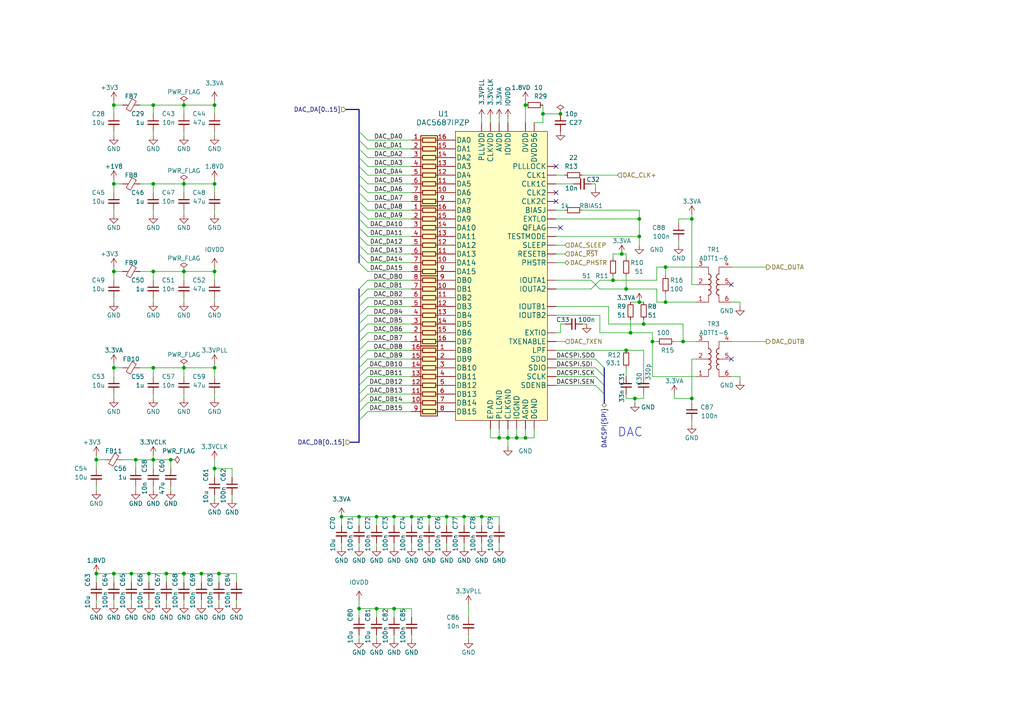
<source format=kicad_sch>
(kicad_sch (version 20230121) (generator eeschema)
  (paper "A4")
  (junction (at 49.53 133.35))
  (junction (at 114.3 149.86))
  (junction (at 33.02 30.48))
  (junction (at 147.32 127))
  (junction (at 58.42 166.37))
  (junction (at 44.45 78.74))
  (junction (at 149.86 127))
  (junction (at 39.37 133.35))
  (junction (at 53.34 106.68))
  (junction (at 185.42 68.58))
  (junction (at 53.34 30.48))
  (junction (at 193.04 77.47))
  (junction (at 53.34 53.34))
  (junction (at 63.5 166.37))
  (junction (at 181.61 83.82))
  (junction (at 33.02 166.37))
  (junction (at 62.23 135.89))
  (junction (at 144.78 127))
  (junction (at 48.26 166.37))
  (junction (at 99.06 149.86))
  (junction (at 193.04 87.63))
  (junction (at 38.1 166.37))
  (junction (at 44.45 53.34))
  (junction (at 139.7 149.86))
  (junction (at 44.45 106.68))
  (junction (at 104.14 149.86))
  (junction (at 129.54 149.86))
  (junction (at 109.22 176.53))
  (junction (at 44.45 30.48))
  (junction (at 62.23 30.48))
  (junction (at 185.42 63.5))
  (junction (at 181.61 101.6))
  (junction (at 44.45 133.35))
  (junction (at 53.34 78.74))
  (junction (at 177.8 81.28))
  (junction (at 33.02 78.74))
  (junction (at 180.34 73.66))
  (junction (at 184.15 115.57))
  (junction (at 152.4 127))
  (junction (at 109.22 149.86))
  (junction (at 62.23 106.68))
  (junction (at 186.69 93.98))
  (junction (at 27.94 133.35))
  (junction (at 157.48 33.02))
  (junction (at 104.14 176.53))
  (junction (at 200.66 63.5))
  (junction (at 185.42 87.63))
  (junction (at 43.18 166.37))
  (junction (at 182.88 96.52))
  (junction (at 152.4 30.48))
  (junction (at 134.62 149.86))
  (junction (at 162.56 33.02))
  (junction (at 114.3 176.53))
  (junction (at 53.34 166.37))
  (junction (at 62.23 78.74))
  (junction (at 189.23 99.06))
  (junction (at 33.02 106.68))
  (junction (at 62.23 53.34))
  (junction (at 200.66 115.57))
  (junction (at 124.46 149.86))
  (junction (at 119.38 149.86))
  (junction (at 198.12 99.06))
  (junction (at 27.94 166.37))
  (junction (at 33.02 53.34))
  (no_connect (at 161.29 55.88))
  (no_connect (at 212.09 82.55))
  (no_connect (at 212.09 104.14))
  (no_connect (at 161.29 58.42))
  (no_connect (at 162.56 66.04))
  (no_connect (at 161.29 48.26))
  (bus_entry (at 104.14 86.36) (size 2.54 -2.54))
  (bus_entry (at 104.14 106.68) (size 2.54 -2.54))
  (bus_entry (at 104.14 93.98) (size 2.54 -2.54))
  (bus_entry (at 104.14 119.38) (size 2.54 -2.54))
  (bus_entry (at 172.72 111.76) (size 2.54 2.54))
  (bus_entry (at 172.72 109.22) (size 2.54 2.54))
  (bus_entry (at 104.14 83.82) (size 2.54 -2.54))
  (bus_entry (at 172.72 104.14) (size 2.54 2.54))
  (bus_entry (at 104.14 60.96) (size 2.54 2.54))
  (bus_entry (at 104.14 58.42) (size 2.54 2.54))
  (bus_entry (at 104.14 116.84) (size 2.54 -2.54))
  (bus_entry (at 104.14 109.22) (size 2.54 -2.54))
  (bus_entry (at 104.14 63.5) (size 2.54 2.54))
  (bus_entry (at 104.14 99.06) (size 2.54 -2.54))
  (bus_entry (at 104.14 43.18) (size 2.54 2.54))
  (bus_entry (at 104.14 91.44) (size 2.54 -2.54))
  (bus_entry (at 104.14 88.9) (size 2.54 -2.54))
  (bus_entry (at 104.14 104.14) (size 2.54 -2.54))
  (bus_entry (at 104.14 38.1) (size 2.54 2.54))
  (bus_entry (at 104.14 66.04) (size 2.54 2.54))
  (bus_entry (at 104.14 76.2) (size 2.54 2.54))
  (bus_entry (at 104.14 68.58) (size 2.54 2.54))
  (bus_entry (at 104.14 96.52) (size 2.54 -2.54))
  (bus_entry (at 104.14 50.8) (size 2.54 2.54))
  (bus_entry (at 104.14 121.92) (size 2.54 -2.54))
  (bus_entry (at 104.14 40.64) (size 2.54 2.54))
  (bus_entry (at 104.14 101.6) (size 2.54 -2.54))
  (bus_entry (at 104.14 55.88) (size 2.54 2.54))
  (bus_entry (at 104.14 45.72) (size 2.54 2.54))
  (bus_entry (at 104.14 114.3) (size 2.54 -2.54))
  (bus_entry (at 104.14 71.12) (size 2.54 2.54))
  (bus_entry (at 104.14 48.26) (size 2.54 2.54))
  (bus_entry (at 104.14 53.34) (size 2.54 2.54))
  (bus_entry (at 172.72 106.68) (size 2.54 2.54))
  (bus_entry (at 104.14 111.76) (size 2.54 -2.54))
  (bus_entry (at 104.14 73.66) (size 2.54 2.54))
  (wire (pts (xy 134.62 157.48) (xy 134.62 158.75)))
  (wire (pts (xy 200.66 104.14) (xy 200.66 115.57)))
  (wire (pts (xy 106.68 116.84) (xy 119.38 116.84)))
  (wire (pts (xy 53.34 53.34) (xy 62.23 53.34)))
  (wire (pts (xy 119.38 149.86) (xy 124.46 149.86)))
  (wire (pts (xy 195.58 114.3) (xy 195.58 115.57)))
  (bus (pts (xy 104.14 106.68) (xy 104.14 109.22)))
  (wire (pts (xy 106.68 114.3) (xy 119.38 114.3)))
  (wire (pts (xy 53.34 30.48) (xy 62.23 30.48)))
  (wire (pts (xy 144.78 34.29) (xy 144.78 35.56)))
  (wire (pts (xy 166.37 53.34) (xy 161.29 53.34)))
  (wire (pts (xy 212.09 87.63) (xy 214.63 87.63)))
  (wire (pts (xy 48.26 173.99) (xy 48.26 175.26)))
  (wire (pts (xy 38.1 166.37) (xy 38.1 168.91)))
  (bus (pts (xy 104.14 104.14) (xy 104.14 106.68)))
  (wire (pts (xy 198.12 93.98) (xy 198.12 99.06)))
  (wire (pts (xy 106.68 63.5) (xy 119.38 63.5)))
  (wire (pts (xy 177.8 73.66) (xy 177.8 74.93)))
  (wire (pts (xy 44.45 106.68) (xy 44.45 109.22)))
  (wire (pts (xy 161.29 83.82) (xy 171.45 83.82)))
  (wire (pts (xy 62.23 133.35) (xy 62.23 135.89)))
  (wire (pts (xy 33.02 106.68) (xy 33.02 109.22)))
  (wire (pts (xy 152.4 124.46) (xy 152.4 127)))
  (wire (pts (xy 149.86 127) (xy 152.4 127)))
  (wire (pts (xy 33.02 60.96) (xy 33.02 62.23)))
  (bus (pts (xy 104.14 40.64) (xy 104.14 38.1)))
  (wire (pts (xy 177.8 81.28) (xy 173.99 81.28)))
  (wire (pts (xy 49.53 140.97) (xy 49.53 142.24)))
  (wire (pts (xy 106.68 48.26) (xy 119.38 48.26)))
  (bus (pts (xy 104.14 50.8) (xy 104.14 48.26)))
  (bus (pts (xy 104.14 128.27) (xy 101.6 128.27)))
  (wire (pts (xy 189.23 99.06) (xy 190.5 99.06)))
  (wire (pts (xy 104.14 149.86) (xy 109.22 149.86)))
  (bus (pts (xy 104.14 53.34) (xy 104.14 50.8)))
  (wire (pts (xy 196.85 69.85) (xy 196.85 71.12)))
  (wire (pts (xy 106.68 68.58) (xy 119.38 68.58)))
  (wire (pts (xy 40.64 106.68) (xy 44.45 106.68)))
  (wire (pts (xy 171.45 53.34) (xy 172.72 53.34)))
  (bus (pts (xy 104.14 83.82) (xy 104.14 86.36)))
  (wire (pts (xy 44.45 132.08) (xy 44.45 133.35)))
  (wire (pts (xy 106.68 88.9) (xy 119.38 88.9)))
  (wire (pts (xy 106.68 60.96) (xy 119.38 60.96)))
  (bus (pts (xy 104.14 119.38) (xy 104.14 121.92)))
  (wire (pts (xy 177.8 80.01) (xy 177.8 81.28)))
  (wire (pts (xy 43.18 173.99) (xy 43.18 175.26)))
  (wire (pts (xy 39.37 133.35) (xy 44.45 133.35)))
  (wire (pts (xy 106.68 86.36) (xy 119.38 86.36)))
  (wire (pts (xy 185.42 68.58) (xy 185.42 71.12)))
  (wire (pts (xy 106.68 45.72) (xy 119.38 45.72)))
  (wire (pts (xy 214.63 87.63) (xy 214.63 88.9)))
  (wire (pts (xy 58.42 166.37) (xy 58.42 168.91)))
  (wire (pts (xy 200.66 63.5) (xy 200.66 82.55)))
  (wire (pts (xy 139.7 149.86) (xy 144.78 149.86)))
  (wire (pts (xy 161.29 111.76) (xy 172.72 111.76)))
  (wire (pts (xy 144.78 157.48) (xy 144.78 158.75)))
  (wire (pts (xy 193.04 85.09) (xy 193.04 87.63)))
  (wire (pts (xy 44.45 78.74) (xy 44.45 81.28)))
  (wire (pts (xy 62.23 105.41) (xy 62.23 106.68)))
  (wire (pts (xy 182.88 96.52) (xy 189.23 96.52)))
  (wire (pts (xy 190.5 81.28) (xy 190.5 77.47)))
  (wire (pts (xy 43.18 166.37) (xy 48.26 166.37)))
  (wire (pts (xy 53.34 106.68) (xy 62.23 106.68)))
  (bus (pts (xy 104.14 109.22) (xy 104.14 111.76)))
  (wire (pts (xy 114.3 176.53) (xy 119.38 176.53)))
  (wire (pts (xy 161.29 109.22) (xy 172.72 109.22)))
  (wire (pts (xy 222.25 99.06) (xy 212.09 99.06)))
  (wire (pts (xy 162.56 96.52) (xy 161.29 96.52)))
  (bus (pts (xy 104.14 114.3) (xy 104.14 116.84)))
  (wire (pts (xy 186.69 114.3) (xy 186.69 115.57)))
  (wire (pts (xy 106.68 71.12) (xy 119.38 71.12)))
  (wire (pts (xy 106.68 106.68) (xy 119.38 106.68)))
  (wire (pts (xy 185.42 63.5) (xy 185.42 68.58)))
  (wire (pts (xy 44.45 60.96) (xy 44.45 62.23)))
  (wire (pts (xy 44.45 78.74) (xy 53.34 78.74)))
  (bus (pts (xy 104.14 101.6) (xy 104.14 104.14)))
  (bus (pts (xy 175.26 114.3) (xy 175.26 116.84)))
  (wire (pts (xy 196.85 63.5) (xy 200.66 63.5)))
  (wire (pts (xy 33.02 53.34) (xy 33.02 55.88)))
  (wire (pts (xy 33.02 52.07) (xy 33.02 53.34)))
  (wire (pts (xy 62.23 86.36) (xy 62.23 87.63)))
  (bus (pts (xy 104.14 68.58) (xy 104.14 66.04)))
  (wire (pts (xy 161.29 73.66) (xy 163.83 73.66)))
  (wire (pts (xy 190.5 87.63) (xy 193.04 87.63)))
  (wire (pts (xy 109.22 157.48) (xy 109.22 158.75)))
  (wire (pts (xy 27.94 166.37) (xy 33.02 166.37)))
  (wire (pts (xy 106.68 91.44) (xy 119.38 91.44)))
  (wire (pts (xy 27.94 132.08) (xy 27.94 133.35)))
  (wire (pts (xy 62.23 106.68) (xy 62.23 109.22)))
  (wire (pts (xy 53.34 30.48) (xy 53.34 33.02)))
  (wire (pts (xy 62.23 52.07) (xy 62.23 53.34)))
  (wire (pts (xy 114.3 184.15) (xy 114.3 185.42)))
  (bus (pts (xy 175.26 109.22) (xy 175.26 111.76)))
  (wire (pts (xy 189.23 99.06) (xy 189.23 96.52)))
  (wire (pts (xy 180.34 73.66) (xy 181.61 73.66)))
  (wire (pts (xy 104.14 173.99) (xy 104.14 176.53)))
  (wire (pts (xy 147.32 129.54) (xy 147.32 127)))
  (wire (pts (xy 27.94 173.99) (xy 27.94 175.26)))
  (wire (pts (xy 106.68 78.74) (xy 119.38 78.74)))
  (wire (pts (xy 186.69 101.6) (xy 181.61 101.6)))
  (wire (pts (xy 200.66 62.23) (xy 200.66 63.5)))
  (wire (pts (xy 163.83 50.8) (xy 161.29 50.8)))
  (wire (pts (xy 157.48 33.02) (xy 162.56 33.02)))
  (wire (pts (xy 119.38 184.15) (xy 119.38 185.42)))
  (wire (pts (xy 173.99 81.28) (xy 171.45 83.82)))
  (wire (pts (xy 177.8 73.66) (xy 180.34 73.66)))
  (wire (pts (xy 114.3 149.86) (xy 114.3 152.4)))
  (wire (pts (xy 67.31 135.89) (xy 67.31 138.43)))
  (wire (pts (xy 114.3 149.86) (xy 119.38 149.86)))
  (wire (pts (xy 68.58 173.99) (xy 68.58 175.26)))
  (wire (pts (xy 124.46 157.48) (xy 124.46 158.75)))
  (wire (pts (xy 58.42 166.37) (xy 63.5 166.37)))
  (wire (pts (xy 104.14 157.48) (xy 104.14 158.75)))
  (wire (pts (xy 104.14 176.53) (xy 104.14 179.07)))
  (wire (pts (xy 161.29 63.5) (xy 185.42 63.5)))
  (wire (pts (xy 68.58 166.37) (xy 68.58 168.91)))
  (wire (pts (xy 109.22 149.86) (xy 109.22 152.4)))
  (wire (pts (xy 147.32 127) (xy 149.86 127)))
  (bus (pts (xy 104.14 99.06) (xy 104.14 101.6)))
  (wire (pts (xy 44.45 86.36) (xy 44.45 87.63)))
  (wire (pts (xy 144.78 149.86) (xy 144.78 152.4)))
  (wire (pts (xy 195.58 99.06) (xy 198.12 99.06)))
  (wire (pts (xy 135.89 184.15) (xy 135.89 185.42)))
  (wire (pts (xy 33.02 166.37) (xy 33.02 168.91)))
  (bus (pts (xy 104.14 45.72) (xy 104.14 43.18)))
  (wire (pts (xy 53.34 114.3) (xy 53.34 115.57)))
  (wire (pts (xy 186.69 115.57) (xy 184.15 115.57)))
  (wire (pts (xy 35.56 133.35) (xy 39.37 133.35)))
  (wire (pts (xy 193.04 77.47) (xy 201.93 77.47)))
  (wire (pts (xy 185.42 60.96) (xy 168.91 60.96)))
  (wire (pts (xy 119.38 176.53) (xy 119.38 179.07)))
  (wire (pts (xy 134.62 149.86) (xy 139.7 149.86)))
  (wire (pts (xy 201.93 82.55) (xy 200.66 82.55)))
  (wire (pts (xy 161.29 60.96) (xy 163.83 60.96)))
  (wire (pts (xy 168.91 50.8) (xy 179.07 50.8)))
  (wire (pts (xy 106.68 99.06) (xy 119.38 99.06)))
  (bus (pts (xy 175.26 106.68) (xy 175.26 109.22)))
  (wire (pts (xy 106.68 81.28) (xy 119.38 81.28)))
  (wire (pts (xy 119.38 157.48) (xy 119.38 158.75)))
  (wire (pts (xy 184.15 115.57) (xy 181.61 115.57)))
  (bus (pts (xy 104.14 73.66) (xy 104.14 71.12)))
  (wire (pts (xy 201.93 104.14) (xy 200.66 104.14)))
  (bus (pts (xy 104.14 48.26) (xy 104.14 45.72)))
  (wire (pts (xy 62.23 135.89) (xy 62.23 138.43)))
  (wire (pts (xy 139.7 157.48) (xy 139.7 158.75)))
  (wire (pts (xy 171.45 81.28) (xy 173.99 83.82)))
  (wire (pts (xy 33.02 77.47) (xy 33.02 78.74)))
  (wire (pts (xy 161.29 66.04) (xy 162.56 66.04)))
  (wire (pts (xy 33.02 30.48) (xy 35.56 30.48)))
  (wire (pts (xy 181.61 83.82) (xy 190.5 83.82)))
  (wire (pts (xy 152.4 127) (xy 154.94 127)))
  (wire (pts (xy 33.02 29.21) (xy 33.02 30.48)))
  (wire (pts (xy 44.45 53.34) (xy 44.45 55.88)))
  (bus (pts (xy 104.14 88.9) (xy 104.14 91.44)))
  (wire (pts (xy 39.37 140.97) (xy 39.37 142.24)))
  (wire (pts (xy 177.8 81.28) (xy 190.5 81.28)))
  (wire (pts (xy 173.99 96.52) (xy 173.99 91.44)))
  (wire (pts (xy 40.64 78.74) (xy 44.45 78.74)))
  (wire (pts (xy 190.5 77.47) (xy 193.04 77.47)))
  (wire (pts (xy 63.5 173.99) (xy 63.5 175.26)))
  (wire (pts (xy 53.34 173.99) (xy 53.34 175.26)))
  (wire (pts (xy 62.23 60.96) (xy 62.23 62.23)))
  (wire (pts (xy 44.45 30.48) (xy 53.34 30.48)))
  (wire (pts (xy 33.02 105.41) (xy 33.02 106.68)))
  (wire (pts (xy 67.31 143.51) (xy 67.31 144.78)))
  (wire (pts (xy 147.32 127) (xy 144.78 127)))
  (wire (pts (xy 181.61 109.22) (xy 181.61 106.68)))
  (wire (pts (xy 124.46 149.86) (xy 129.54 149.86)))
  (wire (pts (xy 182.88 96.52) (xy 173.99 96.52)))
  (wire (pts (xy 114.3 157.48) (xy 114.3 158.75)))
  (wire (pts (xy 181.61 74.93) (xy 181.61 73.66)))
  (wire (pts (xy 106.68 50.8) (xy 119.38 50.8)))
  (wire (pts (xy 53.34 106.68) (xy 53.34 109.22)))
  (wire (pts (xy 106.68 53.34) (xy 119.38 53.34)))
  (wire (pts (xy 62.23 30.48) (xy 62.23 33.02)))
  (wire (pts (xy 40.64 30.48) (xy 44.45 30.48)))
  (wire (pts (xy 176.53 93.98) (xy 186.69 93.98)))
  (wire (pts (xy 62.23 114.3) (xy 62.23 115.57)))
  (wire (pts (xy 106.68 58.42) (xy 119.38 58.42)))
  (wire (pts (xy 172.72 53.34) (xy 172.72 54.61)))
  (wire (pts (xy 27.94 133.35) (xy 27.94 135.89)))
  (wire (pts (xy 196.85 64.77) (xy 196.85 63.5)))
  (wire (pts (xy 157.48 35.56) (xy 154.94 35.56)))
  (wire (pts (xy 44.45 133.35) (xy 49.53 133.35)))
  (bus (pts (xy 104.14 43.18) (xy 104.14 40.64)))
  (wire (pts (xy 99.06 149.86) (xy 104.14 149.86)))
  (wire (pts (xy 161.29 71.12) (xy 163.83 71.12)))
  (wire (pts (xy 106.68 40.64) (xy 119.38 40.64)))
  (wire (pts (xy 149.86 124.46) (xy 149.86 127)))
  (wire (pts (xy 43.18 166.37) (xy 43.18 168.91)))
  (wire (pts (xy 129.54 149.86) (xy 134.62 149.86)))
  (wire (pts (xy 106.68 55.88) (xy 119.38 55.88)))
  (wire (pts (xy 38.1 173.99) (xy 38.1 175.26)))
  (wire (pts (xy 173.99 91.44) (xy 161.29 91.44)))
  (bus (pts (xy 175.26 111.76) (xy 175.26 114.3)))
  (wire (pts (xy 161.29 88.9) (xy 176.53 88.9)))
  (wire (pts (xy 154.94 127) (xy 154.94 124.46)))
  (wire (pts (xy 161.29 81.28) (xy 171.45 81.28)))
  (wire (pts (xy 49.53 133.35) (xy 49.53 135.89)))
  (wire (pts (xy 104.14 149.86) (xy 104.14 152.4)))
  (wire (pts (xy 106.68 93.98) (xy 119.38 93.98)))
  (wire (pts (xy 161.29 104.14) (xy 172.72 104.14)))
  (wire (pts (xy 33.02 30.48) (xy 33.02 33.02)))
  (wire (pts (xy 44.45 30.48) (xy 44.45 33.02)))
  (wire (pts (xy 33.02 78.74) (xy 33.02 81.28)))
  (bus (pts (xy 104.14 93.98) (xy 104.14 96.52)))
  (wire (pts (xy 62.23 143.51) (xy 62.23 144.78)))
  (wire (pts (xy 147.32 124.46) (xy 147.32 127)))
  (wire (pts (xy 58.42 173.99) (xy 58.42 175.26)))
  (wire (pts (xy 139.7 149.86) (xy 139.7 152.4)))
  (wire (pts (xy 99.06 149.86) (xy 99.06 152.4)))
  (bus (pts (xy 100.33 31.75) (xy 104.14 31.75)))
  (wire (pts (xy 193.04 77.47) (xy 193.04 80.01)))
  (wire (pts (xy 44.45 133.35) (xy 44.45 135.89)))
  (wire (pts (xy 157.48 33.02) (xy 157.48 35.56)))
  (wire (pts (xy 106.68 43.18) (xy 119.38 43.18)))
  (wire (pts (xy 200.66 115.57) (xy 200.66 116.84)))
  (wire (pts (xy 139.7 34.29) (xy 139.7 35.56)))
  (wire (pts (xy 142.24 34.29) (xy 142.24 35.56)))
  (wire (pts (xy 106.68 96.52) (xy 119.38 96.52)))
  (wire (pts (xy 109.22 184.15) (xy 109.22 185.42)))
  (wire (pts (xy 53.34 78.74) (xy 62.23 78.74)))
  (wire (pts (xy 38.1 166.37) (xy 43.18 166.37)))
  (wire (pts (xy 212.09 77.47) (xy 222.25 77.47)))
  (wire (pts (xy 161.29 106.68) (xy 172.72 106.68)))
  (wire (pts (xy 33.02 106.68) (xy 35.56 106.68)))
  (wire (pts (xy 44.45 114.3) (xy 44.45 115.57)))
  (bus (pts (xy 104.14 38.1) (xy 104.14 31.75)))
  (wire (pts (xy 189.23 109.22) (xy 189.23 99.06)))
  (wire (pts (xy 109.22 176.53) (xy 109.22 179.07)))
  (wire (pts (xy 33.02 114.3) (xy 33.02 115.57)))
  (wire (pts (xy 161.29 101.6) (xy 181.61 101.6)))
  (wire (pts (xy 198.12 99.06) (xy 201.93 99.06)))
  (wire (pts (xy 44.45 106.68) (xy 53.34 106.68)))
  (wire (pts (xy 63.5 166.37) (xy 68.58 166.37)))
  (wire (pts (xy 106.68 119.38) (xy 119.38 119.38)))
  (wire (pts (xy 147.32 34.29) (xy 147.32 35.56)))
  (wire (pts (xy 33.02 86.36) (xy 33.02 87.63)))
  (wire (pts (xy 106.68 111.76) (xy 119.38 111.76)))
  (bus (pts (xy 104.14 116.84) (xy 104.14 119.38)))
  (bus (pts (xy 104.14 55.88) (xy 104.14 53.34)))
  (wire (pts (xy 185.42 60.96) (xy 185.42 63.5)))
  (wire (pts (xy 212.09 109.22) (xy 214.63 109.22)))
  (wire (pts (xy 161.29 76.2) (xy 163.83 76.2)))
  (wire (pts (xy 48.26 166.37) (xy 48.26 168.91)))
  (wire (pts (xy 129.54 149.86) (xy 129.54 152.4)))
  (wire (pts (xy 104.14 184.15) (xy 104.14 185.42)))
  (wire (pts (xy 106.68 66.04) (xy 119.38 66.04)))
  (wire (pts (xy 99.06 157.48) (xy 99.06 158.75)))
  (wire (pts (xy 109.22 149.86) (xy 114.3 149.86)))
  (wire (pts (xy 119.38 149.86) (xy 119.38 152.4)))
  (wire (pts (xy 144.78 127) (xy 142.24 127)))
  (wire (pts (xy 129.54 157.48) (xy 129.54 158.75)))
  (wire (pts (xy 161.29 99.06) (xy 163.83 99.06)))
  (wire (pts (xy 190.5 83.82) (xy 190.5 87.63)))
  (wire (pts (xy 53.34 86.36) (xy 53.34 87.63)))
  (wire (pts (xy 162.56 93.98) (xy 163.83 93.98)))
  (wire (pts (xy 44.45 53.34) (xy 53.34 53.34)))
  (bus (pts (xy 104.14 86.36) (xy 104.14 88.9)))
  (wire (pts (xy 157.48 30.48) (xy 157.48 33.02)))
  (wire (pts (xy 200.66 121.92) (xy 200.66 123.19)))
  (wire (pts (xy 182.88 92.71) (xy 182.88 96.52)))
  (wire (pts (xy 200.66 115.57) (xy 195.58 115.57)))
  (wire (pts (xy 40.64 53.34) (xy 44.45 53.34)))
  (wire (pts (xy 44.45 140.97) (xy 44.45 142.24)))
  (wire (pts (xy 53.34 53.34) (xy 53.34 55.88)))
  (bus (pts (xy 104.14 96.52) (xy 104.14 99.06)))
  (wire (pts (xy 106.68 101.6) (xy 119.38 101.6)))
  (wire (pts (xy 135.89 175.26) (xy 135.89 179.07)))
  (wire (pts (xy 106.68 76.2) (xy 119.38 76.2)))
  (wire (pts (xy 62.23 77.47) (xy 62.23 78.74)))
  (wire (pts (xy 152.4 29.21) (xy 152.4 30.48)))
  (wire (pts (xy 33.02 166.37) (xy 38.1 166.37)))
  (wire (pts (xy 214.63 109.22) (xy 214.63 110.49)))
  (wire (pts (xy 62.23 78.74) (xy 62.23 81.28)))
  (wire (pts (xy 124.46 149.86) (xy 124.46 152.4)))
  (wire (pts (xy 186.69 92.71) (xy 186.69 93.98)))
  (wire (pts (xy 27.94 133.35) (xy 30.48 133.35)))
  (wire (pts (xy 44.45 38.1) (xy 44.45 39.37)))
  (wire (pts (xy 33.02 53.34) (xy 35.56 53.34)))
  (wire (pts (xy 39.37 133.35) (xy 39.37 135.89)))
  (wire (pts (xy 53.34 60.96) (xy 53.34 62.23)))
  (wire (pts (xy 62.23 38.1) (xy 62.23 39.37)))
  (wire (pts (xy 106.68 83.82) (xy 119.38 83.82)))
  (wire (pts (xy 33.02 78.74) (xy 35.56 78.74)))
  (wire (pts (xy 193.04 87.63) (xy 201.93 87.63)))
  (wire (pts (xy 181.61 115.57) (xy 181.61 114.3)))
  (bus (pts (xy 104.14 58.42) (xy 104.14 55.88)))
  (wire (pts (xy 173.99 83.82) (xy 181.61 83.82)))
  (wire (pts (xy 162.56 93.98) (xy 162.56 96.52)))
  (wire (pts (xy 152.4 30.48) (xy 152.4 35.56)))
  (wire (pts (xy 114.3 176.53) (xy 114.3 179.07)))
  (wire (pts (xy 106.68 104.14) (xy 119.38 104.14)))
  (bus (pts (xy 104.14 60.96) (xy 104.14 58.42)))
  (wire (pts (xy 33.02 38.1) (xy 33.02 39.37)))
  (bus (pts (xy 104.14 121.92) (xy 104.14 128.27)))
  (wire (pts (xy 62.23 135.89) (xy 67.31 135.89)))
  (bus (pts (xy 104.14 66.04) (xy 104.14 63.5)))
  (wire (pts (xy 63.5 166.37) (xy 63.5 168.91)))
  (wire (pts (xy 53.34 166.37) (xy 58.42 166.37)))
  (wire (pts (xy 142.24 124.46) (xy 142.24 127)))
  (wire (pts (xy 62.23 29.21) (xy 62.23 30.48)))
  (wire (pts (xy 186.69 109.22) (xy 186.69 101.6)))
  (wire (pts (xy 134.62 149.86) (xy 134.62 152.4)))
  (bus (pts (xy 104.14 76.2) (xy 104.14 73.66)))
  (wire (pts (xy 181.61 80.01) (xy 181.61 83.82)))
  (wire (pts (xy 27.94 166.37) (xy 27.94 168.91)))
  (wire (pts (xy 104.14 176.53) (xy 109.22 176.53)))
  (wire (pts (xy 161.29 68.58) (xy 185.42 68.58)))
  (wire (pts (xy 53.34 78.74) (xy 53.34 81.28)))
  (wire (pts (xy 184.15 115.57) (xy 184.15 116.84)))
  (wire (pts (xy 53.34 166.37) (xy 53.34 168.91)))
  (wire (pts (xy 144.78 124.46) (xy 144.78 127)))
  (wire (pts (xy 33.02 173.99) (xy 33.02 175.26)))
  (wire (pts (xy 186.69 93.98) (xy 198.12 93.98)))
  (bus (pts (xy 104.14 71.12) (xy 104.14 68.58)))
  (bus (pts (xy 104.14 111.76) (xy 104.14 114.3)))
  (wire (pts (xy 176.53 88.9) (xy 176.53 93.98)))
  (wire (pts (xy 182.88 87.63) (xy 185.42 87.63)))
  (wire (pts (xy 62.23 53.34) (xy 62.23 55.88)))
  (wire (pts (xy 109.22 176.53) (xy 114.3 176.53)))
  (wire (pts (xy 48.26 166.37) (xy 53.34 166.37)))
  (wire (pts (xy 201.93 109.22) (xy 189.23 109.22)))
  (wire (pts (xy 106.68 73.66) (xy 119.38 73.66)))
  (bus (pts (xy 104.14 63.5) (xy 104.14 60.96)))
  (wire (pts (xy 168.91 93.98) (xy 170.18 93.98)))
  (bus (pts (xy 104.14 91.44) (xy 104.14 93.98)))
  (wire (pts (xy 106.68 109.22) (xy 119.38 109.22)))
  (wire (pts (xy 185.42 87.63) (xy 186.69 87.63)))
  (wire (pts (xy 27.94 140.97) (xy 27.94 142.24)))
  (wire (pts (xy 53.34 38.1) (xy 53.34 39.37)))
  (text "DAC" (at 179.07 127 0) (effects (font (size 2.54 2.54)) (justify left bottom)))
  (label "DAC_DA12" (at 116.84 71.12 180))
  (label "DAC_DB2" (at 116.84 86.36 180))
  (label "DAC_DA2" (at 116.84 45.72 180))
  (label "DAC_DB7" (at 116.84 99.06 180))
  (label "DAC_DB13" (at 116.84 114.3 180))
  (label "DAC_DB1" (at 116.84 83.82 180))
  (label "DAC_DA6" (at 116.84 55.88 180))
  (label "DAC_DA8" (at 116.84 60.96 180))
  (label "DAC_DA11" (at 116.84 68.58 180))
  (label "DAC_DB14" (at 116.84 116.84 180))
  (label "DAC_DB0" (at 116.84 81.28 180))
  (label "DAC_DB6" (at 116.84 96.52 180))
  (label "DAC_DA5" (at 116.84 53.34 180))
  (label "DAC_DA0" (at 116.84 40.64 180))
  (label "DAC_DA10" (at 116.84 66.04 180))
  (label "DAC_DB12" (at 116.84 111.76 180))
  (label "DACSPI.SEN" (at 161.29 111.76 0))
  (label "DAC_DB10" (at 116.84 106.68 180))
  (label "DAC_DB5" (at 116.84 93.98 180))
  (label "DAC_DA7" (at 116.84 58.42 180))
  (label "DAC_DB4" (at 116.84 91.44 180))
  (label "DAC_DA9" (at 116.84 63.5 180))
  (label "DACSPI.SCK" (at 161.29 109.22 0))
  (label "DAC_DA1" (at 116.84 43.18 180))
  (label "DACSPI.SDI" (at 161.29 106.68 0))
  (label "DAC_DA3" (at 116.84 48.26 180))
  (label "DAC_DB8" (at 116.84 101.6 180))
  (label "DAC_DB9" (at 116.84 104.14 180))
  (label "DAC_DB3" (at 116.84 88.9 180))
  (label "DAC_DA14" (at 116.84 76.2 180))
  (label "DAC_DA4" (at 116.84 50.8 180))
  (label "DAC_DA15" (at 116.84 78.74 180))
  (label "DAC_DA13" (at 116.84 73.66 180))
  (label "DACSPI.SDO" (at 161.29 104.14 0))
  (label "DAC_DB11" (at 116.84 109.22 180))
  (label "DAC_DB15" (at 116.84 119.38 180))
  (hierarchical_label "DAC_PHSTR" (shape bidirectional) (at 163.83 76.2 0))
  (hierarchical_label "DAC_TXEN" (shape input) (at 163.83 99.06 0))
  (hierarchical_label "DAC_~{RST}" (shape input) (at 163.83 73.66 0))
  (hierarchical_label "DAC_DA[0..15]" (shape input) (at 100.33 31.75 180))
  (hierarchical_label "DAC_SLEEP" (shape input) (at 163.83 71.12 0))
  (hierarchical_label "DACSPI{SPI}" (shape bidirectional) (at 175.26 116.84 270))
  (hierarchical_label "DAC_DB[0..15]" (shape input) (at 101.6 128.27 180))
  (hierarchical_label "DAC_OUTA" (shape output) (at 222.25 77.47 0))
  (hierarchical_label "DAC_CLK+" (shape input) (at 179.07 50.8 0))
  (hierarchical_label "DAC_OUTB" (shape output) (at 222.25 99.06 0))
  (symbol (lib_id "BioMEMS:3.3VCLK") (at 142.24 34.29 0) (unit 1)
    (property "Reference" "#PWR021" (effects hide))
    (property "Value" "3.3VCLK" (at 142.24 26.67 90))
    (instances (project "MR-Core" (path "" (reference "#PWR021") (unit 1)) (path "" (reference "#PWR02") (unit 1))))
  )
  (symbol (lib_id "Device:C_Small") (at 62.23 140.97 0) (mirror y) (unit 1)
    (property "Reference" "C61" (at 59.69 139.7 90) (effects (justify left)))
    (property "Value" "10u" (at 59.69 146.05 90) (effects (justify left)))
    (property "Footprint" "Capacitor_SMD:C_0603_1608Metric" (effects hide))
    (instances (project "MR-Core" (path "" (reference "C61") (unit 1)) (path "" (reference "C85") (unit 1))) (project "DDS" (path "" (reference "C48") (unit 1))))
  )
  (symbol (lib_id "Device:C_Small") (at 49.53 138.43 0) (mirror y) (unit 1)
    (property "Reference" "C60" (at 46.99 137.16 90) (effects (justify left)))
    (property "Value" "47u" (at 46.99 143.51 90) (effects (justify left)))
    (property "Footprint" "Capacitor_SMD:C_0603_1608Metric" (effects hide))
    (instances (project "MR-Core" (path "" (reference "C60") (unit 1)) (path "" (reference "C83") (unit 1))) (project "DDS" (path "" (reference "C48") (unit 1))))
  )
  (symbol (lib_id "power:GND") (at 53.34 87.63 0) (mirror y) (unit 1)
    (property "Reference" "#PWR0100" (effects hide))
    (property "Value" "GND" (at 53.34 91.44 0))
    (instances (project "MR-Core" (path "" (reference "#PWR0100") (unit 1)) (path "" (reference "#PWR0129") (unit 1))))
  )
  (symbol (lib_id "Device:C_Small") (at 134.62 154.94 0) (mirror y) (unit 1)
    (property "Reference" "C77" (at 132.08 153.67 90) (effects (justify left)))
    (property "Value" "100n" (at 132.08 160.02 90) (effects (justify left)))
    (property "Footprint" "Capacitor_SMD:C_0603_1608Metric" (effects hide))
    (instances (project "MR-Core" (path "" (reference "C77") (unit 1)) (path "" (reference "C60") (unit 1))) (project "DDS" (path "" (reference "C48") (unit 1))))
  )
  (symbol (lib_id "BioMEMS:3.3VA") (at 195.58 114.3 0) (unit 1)
    (property "Reference" "#PWR067" (effects hide))
    (property "Value" "3.3VA" (at 195.58 110.49 0))
    (instances (project "MR-Core" (path "" (reference "#PWR067") (unit 1)) (path "" (reference "#PWR055") (unit 1))))
  )
  (symbol (lib_id "Device:C_Small") (at 124.46 154.94 0) (mirror y) (unit 1)
    (property "Reference" "C75" (at 121.92 153.67 90) (effects (justify left)))
    (property "Value" "100n" (at 121.92 160.02 90) (effects (justify left)))
    (property "Footprint" "Capacitor_SMD:C_0603_1608Metric" (effects hide))
    (instances (project "MR-Core" (path "" (reference "C75") (unit 1)) (path "" (reference "C56") (unit 1))) (project "DDS" (path "" (reference "C48") (unit 1))))
  )
  (symbol (lib_id "Device:C_Small") (at 62.23 83.82 0) (mirror y) (unit 1)
    (property "Reference" "C52" (at 59.69 81.28 0) (effects (justify left)))
    (property "Value" "47u" (at 59.69 83.82 0) (effects (justify left)))
    (property "Footprint" "Capacitor_SMD:C_0603_1608Metric" (effects hide))
    (instances (project "MR-Core" (path "" (reference "C52") (unit 1)) (path "" (reference "C81") (unit 1))) (project "DDS" (path "" (reference "C48") (unit 1))))
  )
  (symbol (lib_id "power:GND") (at 139.7 158.75 0) (mirror y) (unit 1)
    (property "Reference" "#PWR0135" (effects hide))
    (property "Value" "GND" (at 139.7 162.56 0))
    (instances (project "MR-Core" (path "" (reference "#PWR0135") (unit 1)) (path "" (reference "#PWR0112") (unit 1))))
  )
  (symbol (lib_id "Device:C_Small") (at 166.37 93.98 270) (mirror x) (unit 1)
    (property "Reference" "C33" (at 161.29 92.71 90) (effects (justify left)))
    (property "Value" "100n" (at 167.64 92.71 90) (effects (justify left)))
    (property "Footprint" "Capacitor_SMD:C_0603_1608Metric" (effects hide))
    (instances (project "MR-Core" (path "" (reference "C33") (unit 1)) (path "" (reference "C14") (unit 1))) (project "DDS" (path "" (reference "C49") (unit 1))))
  )
  (symbol (lib_id "BioMEMS:R_Pack08") (at 125.73 68.58 0) (unit 1)
    (property "Reference" "RN4" (effects hide))
    (property "Value" "EXB-2HV470JV" (effects hide))
    (property "Footprint" "BioMEMS:CAY16-470J8LF" (effects hide))
    (property "MPN" "EXB-2HV470JV" (effects hide))
    (instances (project "MR-Core" (path "" (reference "RN4") (unit 1)) (path "" (reference "RN5") (unit 1))))
  )
  (symbol (lib_id "power:GND") (at 114.3 158.75 0) (mirror y) (unit 1)
    (property "Reference" "#PWR0130" (effects hide))
    (property "Value" "GND" (at 114.3 162.56 0))
    (instances (project "MR-Core" (path "" (reference "#PWR0130") (unit 1)) (path "" (reference "#PWR097") (unit 1))))
  )
  (symbol (lib_id "BioMEMS:1.8VD") (at 152.4 29.21 0) (unit 1)
    (property "Reference" "#PWR057" (effects hide))
    (property "Value" "1.8VD" (at 151.13 25.4 0))
    (instances (project "MR-Core" (path "" (reference "#PWR057") (unit 1)) (path "" (reference "#PWR018") (unit 1))))
  )
  (symbol (lib_id "BioMEMS:IOVDD") (at 104.14 173.99 0) (unit 1)
    (property "Reference" "#PWR0137" (effects hide))
    (property "Value" "IOVDD" (at 104.14 168.91 0))
    (instances (project "MR-Core" (path "" (reference "#PWR0137") (unit 1)) (path "" (reference "#PWR091") (unit 1))))
  )
  (symbol (lib_id "Device:C_Small") (at 44.45 111.76 0) (mirror y) (unit 1)
    (property "Reference" "C55" (at 41.91 109.22 0) (effects (justify left)))
    (property "Value" "1u" (at 41.91 111.76 0) (effects (justify left)))
    (property "Footprint" "Capacitor_SMD:C_0603_1608Metric" (effects hide))
    (instances (project "MR-Core" (path "" (reference "C55") (unit 1)) (path "" (reference "C76") (unit 1))) (project "DDS" (path "" (reference "C48") (unit 1))))
  )
  (symbol (lib_id "power:GND") (at 135.89 185.42 0) (mirror y) (unit 1)
    (property "Reference" "#PWR0146" (effects hide))
    (property "Value" "GND" (at 135.89 189.23 0))
    (instances (project "MR-Core" (path "" (reference "#PWR0146") (unit 1)) (path "" (reference "#PWR0110") (unit 1))))
  )
  (symbol (lib_id "Device:R_Small") (at 166.37 60.96 270) (mirror x) (unit 1)
    (property "Reference" "RBIAS1" (at 171.45 59.69 90))
    (property "Value" "1k" (at 163.83 59.69 90))
    (property "Footprint" "Resistor_SMD:R_0603_1608Metric" (effects hide))
  )
  (symbol (lib_id "power:GND") (at 124.46 158.75 0) (mirror y) (unit 1)
    (property "Reference" "#PWR0132" (effects hide))
    (property "Value" "GND" (at 124.46 162.56 0))
    (instances (project "MR-Core" (path "" (reference "#PWR0132") (unit 1)) (path "" (reference "#PWR0104") (unit 1))))
  )
  (symbol (lib_id "Transformer:ADTT1-6") (at 207.01 104.14 0) (unit 1)
    (property "Reference" "TR3" (at 207.01 93.98 0))
    (property "Value" "ADTT1-6" (at 207.01 96.52 0))
    (property "Footprint" "RF_Mini-Circuits:Mini-Circuits_CD637_H5.23mm" (effects hide))
    (property "Datasheet" "https://www.minicircuits.com/pdfs/ADTT1-6+.pdf" (effects hide))
    (property "MPN" "ADTT1-6" (effects hide))
    (instances (project "MR-Core" (path "" (reference "TR3") (unit 1)) (path "" (reference "TR2") (unit 1))))
  )
  (symbol (lib_id "Device:C_Small") (at 119.38 181.61 0) (mirror y) (unit 1)
    (property "Reference" "C85" (at 116.84 180.34 90) (effects (justify left)))
    (property "Value" "100n" (at 116.84 186.69 90) (effects (justify left)))
    (property "Footprint" "Capacitor_SMD:C_0603_1608Metric" (effects hide))
    (instances (project "MR-Core" (path "" (reference "C85") (unit 1)) (path "" (reference "C54") (unit 1))) (project "DDS" (path "" (reference "C48") (unit 1))))
  )
  (symbol (lib_id "Device:R_Small") (at 181.61 104.14 0) (mirror x) (unit 1)
    (property "Reference" "R12" (at 180.1114 102.9716 0) (effects (justify right)))
    (property "Value" "93.1" (at 180.1114 105.283 0) (effects (justify right)))
    (property "Footprint" "Resistor_SMD:R_0603_1608Metric" (effects hide))
    (instances (project "MR-Core" (path "" (reference "R12") (unit 1)) (path "" (reference "R9") (unit 1))) (project "DDS" (path "" (reference "R13") (unit 1))))
  )
  (symbol (lib_id "power:GND") (at 53.34 115.57 0) (mirror y) (unit 1)
    (property "Reference" "#PWR0110" (effects hide))
    (property "Value" "GND" (at 53.34 119.38 0))
    (instances (project "MR-Core" (path "" (reference "#PWR0110") (unit 1)) (path "" (reference "#PWR0140") (unit 1))))
  )
  (symbol (lib_id "Device:R_Small") (at 166.37 50.8 270) (mirror x) (unit 1)
    (property "Reference" "R13" (at 167.64 48.26 90) (effects (justify right)))
    (property "Value" "22" (at 167.64 45.72 90) (effects (justify right)))
    (property "Footprint" "Resistor_SMD:R_0603_1608Metric" (effects hide))
    (instances (project "MR-Core" (path "" (reference "R13") (unit 1)) (path "" (reference "R12") (unit 1))) (project "DDS" (path "" (reference "R8") (unit 1))))
  )
  (symbol (lib_id "power:+3V3") (at 27.94 132.08 0) (mirror y) (unit 1)
    (property "Reference" "#PWR0106" (effects hide))
    (property "Value" "+3V3" (at 26.67 128.27 0))
    (instances (project "MR-Core" (path "" (reference "#PWR0106") (unit 1)) (path "" (reference "#PWR0125") (unit 1))))
  )
  (symbol (lib_id "Device:C_Small") (at 62.23 35.56 0) (mirror y) (unit 1)
    (property "Reference" "C44" (at 59.69 33.02 0) (effects (justify left)))
    (property "Value" "47u" (at 59.69 35.56 0) (effects (justify left)))
    (property "Footprint" "Capacitor_SMD:C_0603_1608Metric" (effects hide))
    (instances (project "MR-Core" (path "" (reference "C44") (unit 1)) (path "" (reference "C79") (unit 1))) (project "DDS" (path "" (reference "C48") (unit 1))))
  )
  (symbol (lib_id "Device:FerriteBead_Small") (at 38.1 106.68 90) (unit 1)
    (property "Reference" "FB10" (at 38.0619 104.14 90))
    (property "Value" "FerriteBead_Small" (effects hide))
    (property "Footprint" "Inductor_SMD:L_0603_1608Metric" (effects hide))
    (instances (project "MR-Core" (path "" (reference "FB10") (unit 1)) (path "" (reference "FB8") (unit 1))))
  )
  (symbol (lib_id "power:GND") (at 44.45 142.24 0) (mirror y) (unit 1)
    (property "Reference" "#PWR0111" (effects hide))
    (property "Value" "GND" (at 44.45 146.05 0))
    (instances (project "MR-Core" (path "" (reference "#PWR0111") (unit 1)) (path "" (reference "#PWR0133") (unit 1))))
  )
  (symbol (lib_id "Device:C_Small") (at 109.22 181.61 0) (mirror y) (unit 1)
    (property "Reference" "C81" (at 106.68 180.34 90) (effects (justify left)))
    (property "Value" "10u" (at 106.68 186.69 90) (effects (justify left)))
    (property "Footprint" "Capacitor_SMD:C_0603_1608Metric" (effects hide))
    (instances (project "MR-Core" (path "" (reference "C81") (unit 1)) (path "" (reference "C48") (unit 1))) (project "DDS" (path "" (reference "C48") (unit 1))))
  )
  (symbol (lib_id "Device:C_Small") (at 53.34 83.82 0) (mirror y) (unit 1)
    (property "Reference" "C51" (at 50.8 81.28 0) (effects (justify left)))
    (property "Value" "10n" (at 50.8 83.82 0) (effects (justify left)))
    (property "Footprint" "Capacitor_SMD:C_0603_1608Metric" (effects hide))
    (instances (project "MR-Core" (path "" (reference "C51") (unit 1)) (path "" (reference "C75") (unit 1))) (project "DDS" (path "" (reference "C48") (unit 1))))
  )
  (symbol (lib_id "Device:C_Small") (at 53.34 35.56 0) (mirror y) (unit 1)
    (property "Reference" "C43" (at 50.8 33.02 0) (effects (justify left)))
    (property "Value" "10n" (at 50.8 35.56 0) (effects (justify left)))
    (property "Footprint" "Capacitor_SMD:C_0603_1608Metric" (effects hide))
    (instances (project "MR-Core" (path "" (reference "C43") (unit 1)) (path "" (reference "C73") (unit 1))) (project "DDS" (path "" (reference "C48") (unit 1))))
  )
  (symbol (lib_id "power:GND") (at 33.02 39.37 0) (mirror y) (unit 1)
    (property "Reference" "#PWR059" (effects hide))
    (property "Value" "GND" (at 33.02 43.18 0))
    (instances (project "MR-Core" (path "" (reference "#PWR059") (unit 1)) (path "" (reference "#PWR0115") (unit 1))))
  )
  (symbol (lib_id "power:GND") (at 62.23 144.78 0) (mirror y) (unit 1)
    (property "Reference" "#PWR0117" (effects hide))
    (property "Value" "GND" (at 62.23 148.59 0))
    (instances (project "MR-Core" (path "" (reference "#PWR0117") (unit 1)) (path "" (reference "#PWR0145") (unit 1))))
  )
  (symbol (lib_id "BioMEMS:3.3VPLL") (at 139.7 34.29 0) (unit 1)
    (property "Reference" "#PWR055" (effects hide))
    (property "Value" "3.3VPLL" (at 139.7 26.67 90))
    (instances (project "MR-Core" (path "" (reference "#PWR055") (unit 1)) (path "" (reference "#PWR01") (unit 1))))
  )
  (symbol (lib_id "Device:C_Small") (at 27.94 171.45 0) (mirror y) (unit 1)
    (property "Reference" "C63" (at 25.4 170.18 90) (effects (justify left)))
    (property "Value" "10u" (at 25.4 176.53 90) (effects (justify left)))
    (property "Footprint" "Capacitor_SMD:C_0603_1608Metric" (effects hide))
    (instances (project "MR-Core" (path "" (reference "C63") (unit 1)) (path "" (reference "C28") (unit 1))) (project "DDS" (path "" (reference "C48") (unit 1))))
  )
  (symbol (lib_id "BioMEMS:IOVDD") (at 147.32 34.29 0) (unit 1)
    (property "Reference" "#PWR022" (effects hide))
    (property "Value" "IOVDD" (at 147.32 27.94 90))
    (instances (project "MR-Core" (path "" (reference "#PWR022") (unit 1)) (path "" (reference "#PWR011") (unit 1))))
  )
  (symbol (lib_id "power:GND") (at 53.34 175.26 0) (mirror y) (unit 1)
    (property "Reference" "#PWR0124" (effects hide))
    (property "Value" "GND" (at 53.34 179.07 0))
    (instances (project "MR-Core" (path "" (reference "#PWR0124") (unit 1)) (path "" (reference "#PWR0103") (unit 1))))
  )
  (symbol (lib_id "Device:R_Small") (at 186.69 90.17 0) (mirror x) (unit 1)
    (property "Reference" "R8" (at 190.5 88.9 0) (effects (justify right)))
    (property "Value" "51" (at 190.5 91.44 0) (effects (justify right)))
    (property "Footprint" "Resistor_SMD:R_0603_1608Metric" (effects hide))
    (instances (project "MR-Core" (path "" (reference "R8") (unit 1)) (path "" (reference "R15") (unit 1))) (project "DDS" (path "" (reference "R8") (unit 1))))
  )
  (symbol (lib_id "BioMEMS:3.3VA") (at 200.66 62.23 0) (unit 1)
    (property "Reference" "#PWR066" (effects hide))
    (property "Value" "3.3VA" (at 200.66 58.42 0))
    (instances (project "MR-Core" (path "" (reference "#PWR066") (unit 1)) (path "" (reference "#PWR057") (unit 1))))
  )
  (symbol (lib_id "power:GND") (at 114.3 185.42 0) (mirror y) (unit 1)
    (property "Reference" "#PWR0141" (effects hide))
    (property "Value" "GND" (at 114.3 189.23 0))
    (instances (project "MR-Core" (path "" (reference "#PWR0141") (unit 1)) (path "" (reference "#PWR098") (unit 1))))
  )
  (symbol (lib_id "power:GND") (at 48.26 175.26 0) (mirror y) (unit 1)
    (property "Reference" "#PWR0123" (effects hide))
    (property "Value" "GND" (at 48.26 179.07 0))
    (instances (project "MR-Core" (path "" (reference "#PWR0123") (unit 1)) (path "" (reference "#PWR099") (unit 1))))
  )
  (symbol (lib_id "power:GND") (at 109.22 158.75 0) (mirror y) (unit 1)
    (property "Reference" "#PWR0129" (effects hide))
    (property "Value" "GND" (at 109.22 162.56 0))
    (instances (project "MR-Core" (path "" (reference "#PWR0129") (unit 1)) (path "" (reference "#PWR094") (unit 1))))
  )
  (symbol (lib_id "Device:C_Small") (at 44.45 58.42 0) (mirror y) (unit 1)
    (property "Reference" "C46" (at 41.91 55.88 0) (effects (justify left)))
    (property "Value" "1u" (at 41.91 58.42 0) (effects (justify left)))
    (property "Footprint" "Capacitor_SMD:C_0603_1608Metric" (effects hide))
    (instances (project "MR-Core" (path "" (reference "C46") (unit 1)) (path "" (reference "C69") (unit 1))) (project "DDS" (path "" (reference "C48") (unit 1))))
  )
  (symbol (lib_id "BioMEMS:1.8VD") (at 62.23 52.07 0) (unit 1)
    (property "Reference" "#PWR097" (effects hide))
    (property "Value" "1.8VD" (at 62.23 48.26 0))
    (instances (project "MR-Core" (path "" (reference "#PWR097") (unit 1)) (path "" (reference "#PWR0136") (unit 1))))
  )
  (symbol (lib_id "Device:C_Small") (at 114.3 181.61 0) (mirror y) (unit 1)
    (property "Reference" "C82" (at 111.76 180.34 90) (effects (justify left)))
    (property "Value" "100n" (at 111.76 186.69 90) (effects (justify left)))
    (property "Footprint" "Capacitor_SMD:C_0603_1608Metric" (effects hide))
    (instances (project "MR-Core" (path "" (reference "C82") (unit 1)) (path "" (reference "C51") (unit 1))) (project "DDS" (path "" (reference "C48") (unit 1))))
  )
  (symbol (lib_id "Device:FerriteBead_Small") (at 33.02 133.35 90) (unit 1)
    (property "Reference" "FB11" (at 32.9819 130.81 90))
    (property "Value" "FerriteBead_Small" (effects hide))
    (property "Footprint" "Inductor_SMD:L_0603_1608Metric" (effects hide))
    (instances (project "MR-Core" (path "" (reference "FB11") (unit 1)) (path "" (reference "FB9") (unit 1))))
  )
  (symbol (lib_id "Device:C_Small") (at 63.5 171.45 0) (mirror y) (unit 1)
    (property "Reference" "C83" (at 60.96 170.18 90) (effects (justify left)))
    (property "Value" "100n" (at 60.96 176.53 90) (effects (justify left)))
    (property "Footprint" "Capacitor_SMD:C_0603_1608Metric" (effects hide))
    (instances (project "MR-Core" (path "" (reference "C83") (unit 1)) (path "" (reference "C59") (unit 1))) (project "DDS" (path "" (reference "C48") (unit 1))))
  )
  (symbol (lib_id "Device:C_Small") (at 53.34 58.42 0) (mirror y) (unit 1)
    (property "Reference" "C47" (at 50.8 55.88 0) (effects (justify left)))
    (property "Value" "10n" (at 50.8 58.42 0) (effects (justify left)))
    (property "Footprint" "Capacitor_SMD:C_0603_1608Metric" (effects hide))
    (instances (project "MR-Core" (path "" (reference "C47") (unit 1)) (path "" (reference "C74") (unit 1))) (project "DDS" (path "" (reference "C48") (unit 1))))
  )
  (symbol (lib_id "BioMEMS:3.3VA") (at 99.06 149.86 0) (unit 1)
    (property "Reference" "#PWR0126" (effects hide))
    (property "Value" "3.3VA" (at 99.06 144.78 0))
    (instances (project "MR-Core" (path "" (reference "#PWR0126") (unit 1)) (path "" (reference "#PWR060") (unit 1))))
  )
  (symbol (lib_id "power:GND") (at 63.5 175.26 0) (mirror y) (unit 1)
    (property "Reference" "#PWR0142" (effects hide))
    (property "Value" "GND" (at 63.5 179.07 0))
    (instances (project "MR-Core" (path "" (reference "#PWR0142") (unit 1)) (path "" (reference "#PWR0107") (unit 1))))
  )
  (symbol (lib_id "power:GND") (at 104.14 158.75 0) (mirror y) (unit 1)
    (property "Reference" "#PWR0128" (effects hide))
    (property "Value" "GND" (at 104.14 162.56 0))
    (instances (project "MR-Core" (path "" (reference "#PWR0128") (unit 1)) (path "" (reference "#PWR074") (unit 1))))
  )
  (symbol (lib_id "Device:R_Small") (at 193.04 99.06 270) (mirror x) (unit 1)
    (property "Reference" "R15" (at 195.58 101.6 90) (effects (justify right)))
    (property "Value" "100" (at 194.31 96.52 90) (effects (justify right)))
    (property "Footprint" "Resistor_SMD:R_0603_1608Metric" (effects hide))
    (instances (project "MR-Core" (path "" (reference "R15") (unit 1)) (path "" (reference "R28") (unit 1))) (project "DDS" (path "" (reference "R8") (unit 1))))
  )
  (symbol (lib_id "Device:C_Small") (at 58.42 171.45 0) (mirror y) (unit 1)
    (property "Reference" "C69" (at 55.88 170.18 90) (effects (justify left)))
    (property "Value" "100n" (at 55.88 176.53 90) (effects (justify left)))
    (property "Footprint" "Capacitor_SMD:C_0603_1608Metric" (effects hide))
    (instances (project "MR-Core" (path "" (reference "C69") (unit 1)) (path "" (reference "C57") (unit 1))) (project "DDS" (path "" (reference "C48") (unit 1))))
  )
  (symbol (lib_id "power:GND") (at 99.06 158.75 0) (mirror y) (unit 1)
    (property "Reference" "#PWR0127" (effects hide))
    (property "Value" "GND" (at 99.06 162.56 0))
    (instances (project "MR-Core" (path "" (reference "#PWR0127") (unit 1)) (path "" (reference "#PWR061") (unit 1))))
  )
  (symbol (lib_id "Device:C_Small") (at 104.14 181.61 0) (mirror y) (unit 1)
    (property "Reference" "C80" (at 101.6 180.34 90) (effects (justify left)))
    (property "Value" "10u" (at 101.6 186.69 90) (effects (justify left)))
    (property "Footprint" "Capacitor_SMD:C_0603_1608Metric" (effects hide))
    (instances (project "MR-Core" (path "" (reference "C80") (unit 1)) (path "" (reference "C45") (unit 1))) (project "DDS" (path "" (reference "C48") (unit 1))))
  )
  (symbol (lib_id "power:GND") (at 27.94 175.26 0) (mirror y) (unit 1)
    (property "Reference" "#PWR0119" (effects hide))
    (property "Value" "GND" (at 27.94 179.07 0))
    (instances (project "MR-Core" (path "" (reference "#PWR0119") (unit 1)) (path "" (reference "#PWR059") (unit 1))))
  )
  (symbol (lib_id "Device:C_Small") (at 196.85 67.31 0) (mirror y) (unit 1)
    (property "Reference" "C88" (at 193.04 66.04 0) (effects (justify left)))
    (property "Value" "100n" (at 194.31 68.58 0) (effects (justify left)))
    (property "Footprint" "Capacitor_SMD:C_0603_1608Metric" (effects hide))
    (instances (project "MR-Core" (path "" (reference "C88") (unit 1)) (path "" (reference "C24") (unit 1))) (project "DDS" (path "" (reference "C48") (unit 1))))
  )
  (symbol (lib_id "Device:C_Small") (at 144.78 154.94 0) (mirror y) (unit 1)
    (property "Reference" "C79" (at 142.24 153.67 90) (effects (justify left)))
    (property "Value" "100n" (at 142.24 160.02 90) (effects (justify left)))
    (property "Footprint" "Capacitor_SMD:C_0603_1608Metric" (effects hide))
    (instances (project "MR-Core" (path "" (reference "C79") (unit 1)) (path "" (reference "C64") (unit 1))) (project "DDS" (path "" (reference "C48") (unit 1))))
  )
  (symbol (lib_id "power:GND") (at 38.1 175.26 0) (mirror y) (unit 1)
    (property "Reference" "#PWR0121" (effects hide))
    (property "Value" "GND" (at 38.1 179.07 0))
    (instances (project "MR-Core" (path "" (reference "#PWR0121") (unit 1)) (path "" (reference "#PWR093") (unit 1))))
  )
  (symbol (lib_id "power:GND") (at 39.37 142.24 0) (mirror y) (unit 1)
    (property "Reference" "#PWR0109" (effects hide))
    (property "Value" "GND" (at 39.37 146.05 0))
    (instances (project "MR-Core" (path "" (reference "#PWR0109") (unit 1)) (path "" (reference "#PWR0131") (unit 1))))
  )
  (symbol (lib_id "power:GND") (at 62.23 39.37 0) (mirror y) (unit 1)
    (property "Reference" "#PWR071" (effects hide))
    (property "Value" "GND" (at 62.23 43.18 0))
    (instances (project "MR-Core" (path "" (reference "#PWR071") (unit 1)) (path "" (reference "#PWR0135") (unit 1))))
  )
  (symbol (lib_id "BioMEMS:3.3VPLL") (at 62.23 105.41 0) (unit 1)
    (property "Reference" "#PWR0104" (effects hide))
    (property "Value" "3.3VPLL" (at 62.23 101.6 0))
    (instances (project "MR-Core" (path "" (reference "#PWR0104") (unit 1)) (path "" (reference "#PWR0142") (unit 1))))
  )
  (symbol (lib_id "power:GND") (at 44.45 115.57 0) (mirror y) (unit 1)
    (property "Reference" "#PWR0108" (effects hide))
    (property "Value" "GND" (at 44.45 119.38 0))
    (instances (project "MR-Core" (path "" (reference "#PWR0108") (unit 1)) (path "" (reference "#PWR0130") (unit 1))))
  )
  (symbol (lib_id "power:PWR_FLAG") (at 49.53 133.35 270) (unit 1)
    (property "Reference" "#FLG05" (effects hide))
    (property "Value" "PWR_FLAG" (at 46.99 130.81 90) (effects (justify left)))
  )
  (symbol (lib_id "Device:C_Small") (at 48.26 171.45 0) (mirror y) (unit 1)
    (property "Reference" "C67" (at 45.72 170.18 90) (effects (justify left)))
    (property "Value" "100n" (at 45.72 176.53 90) (effects (justify left)))
    (property "Footprint" "Capacitor_SMD:C_0603_1608Metric" (effects hide))
    (instances (project "MR-Core" (path "" (reference "C67") (unit 1)) (path "" (reference "C52") (unit 1))) (project "DDS" (path "" (reference "C48") (unit 1))))
  )
  (symbol (lib_id "Device:C_Small") (at 44.45 138.43 0) (mirror y) (unit 1)
    (property "Reference" "C58" (at 41.91 137.16 90) (effects (justify left)))
    (property "Value" "10n" (at 41.91 143.51 90) (effects (justify left)))
    (property "Footprint" "Capacitor_SMD:C_0603_1608Metric" (effects hide))
    (instances (project "MR-Core" (path "" (reference "C58") (unit 1)) (path "" (reference "C78") (unit 1))) (project "DDS" (path "" (reference "C48") (unit 1))))
  )
  (symbol (lib_id "BioMEMS:3.3VA") (at 185.42 87.63 0) (unit 1)
    (property "Reference" "#PWR030" (effects hide))
    (property "Value" "3.3VA" (at 181.61 86.36 0))
    (instances (project "MR-Core" (path "" (reference "#PWR030") (unit 1)) (path "" (reference "#PWR052") (unit 1))))
  )
  (symbol (lib_id "Device:C_Small") (at 109.22 154.94 0) (mirror y) (unit 1)
    (property "Reference" "C72" (at 106.68 153.67 90) (effects (justify left)))
    (property "Value" "100n" (at 106.68 160.02 90) (effects (justify left)))
    (property "Footprint" "Capacitor_SMD:C_0603_1608Metric" (effects hide))
    (instances (project "MR-Core" (path "" (reference "C72") (unit 1)) (path "" (reference "C47") (unit 1))) (project "DDS" (path "" (reference "C48") (unit 1))))
  )
  (symbol (lib_id "Transformer:ADTT1-6") (at 207.01 82.55 0) (unit 1)
    (property "Reference" "TR1" (at 207.01 72.39 0))
    (property "Value" "ADTT1-6" (at 207.01 74.93 0))
    (property "Footprint" "RF_Mini-Circuits:Mini-Circuits_CD637_H5.23mm" (effects hide))
    (property "Datasheet" "https://www.minicircuits.com/pdfs/ADTT1-6+.pdf" (effects hide))
    (property "MPN" "ADTT1-6" (effects hide))
  )
  (symbol (lib_id "Device:C_Small") (at 119.38 154.94 0) (mirror y) (unit 1)
    (property "Reference" "C74" (at 116.84 153.67 90) (effects (justify left)))
    (property "Value" "100n" (at 116.84 160.02 90) (effects (justify left)))
    (property "Footprint" "Capacitor_SMD:C_0603_1608Metric" (effects hide))
    (instances (project "MR-Core" (path "" (reference "C74") (unit 1)) (path "" (reference "C53") (unit 1))) (project "DDS" (path "" (reference "C48") (unit 1))))
  )
  (symbol (lib_id "Device:C_Small") (at 162.56 35.56 0) (mirror y) (unit 1)
    (property "Reference" "C27" (at 168.91 35.56 0) (effects (justify left)))
    (property "Value" "10p" (at 167.64 33.02 0) (effects (justify left)))
    (property "Footprint" "Capacitor_SMD:C_0603_1608Metric" (effects hide))
    (instances (project "MR-Core" (path "" (reference "C27") (unit 1)) (path "" (reference "C12") (unit 1))) (project "DDS" (path "" (reference "C48") (unit 1))))
  )
  (symbol (lib_id "BioMEMS:R_Pack08") (at 123.19 109.22 0) (mirror y) (unit 1)
    (property "Reference" "RN6" (effects hide))
    (property "Value" "EXB-2HV470JV" (effects hide))
    (property "Footprint" "BioMEMS:CAY16-470J8LF" (effects hide))
    (property "MPN" "EXB-2HV470JV" (effects hide))
    (instances (project "MR-Core" (path "" (reference "RN6") (unit 1)) (path "" (reference "RN3") (unit 1))))
  )
  (symbol (lib_id "BioMEMS:R_Pack08") (at 125.73 48.26 0) (unit 1)
    (property "Reference" "RN3" (effects hide))
    (property "Value" "EXB-2HV470JV" (effects hide))
    (property "Footprint" "BioMEMS:CAY16-470J8LF" (effects hide))
    (property "MPN" "EXB-2HV470JV" (effects hide))
    (instances (project "MR-Core" (path "" (reference "RN3") (unit 1)) (path "" (reference "RN4") (unit 1))))
  )
  (symbol (lib_id "BioMEMS:DAC5687IPZP") (at 146.05 50.8 0) (mirror y) (unit 1)
    (property "Reference" "U1" (at 127 33.02 0) (effects (font (size 1.524 1.524)) (justify right)))
    (property "Value" "DAC5687IPZP" (at 120.65 35.56 0) (effects (font (size 1.524 1.524)) (justify right)))
    (property "Footprint" "BioMEMS:TQFP-100-1EP_14x14mm_P0.5mm_EP5x5mm_ThermalVias_Large" (effects hide))
    (property "Datasheet" "https://www.ti.com/lit/ds/symlink/dac5687.pdf?HQS=TI-null-null-digikeymode-df-pf-null-wwe&ts=1603431592423" (effects hide))
  )
  (symbol (lib_id "power:+3V3") (at 33.02 77.47 0) (mirror y) (unit 1)
    (property "Reference" "#PWR058" (effects hide))
    (property "Value" "+3V3" (at 31.75 73.66 0))
    (instances (project "MR-Core" (path "" (reference "#PWR058") (unit 1)) (path "" (reference "#PWR0118") (unit 1))))
  )
  (symbol (lib_id "power:GND") (at 129.54 158.75 0) (mirror y) (unit 1)
    (property "Reference" "#PWR0133" (effects hide))
    (property "Value" "GND" (at 129.54 162.56 0))
    (instances (project "MR-Core" (path "" (reference "#PWR0133") (unit 1)) (path "" (reference "#PWR0106") (unit 1))))
  )
  (symbol (lib_id "power:GND") (at 134.62 158.75 0) (mirror y) (unit 1)
    (property "Reference" "#PWR0134" (effects hide))
    (property "Value" "GND" (at 134.62 162.56 0))
    (instances (project "MR-Core" (path "" (reference "#PWR0134") (unit 1)) (path "" (reference "#PWR0108") (unit 1))))
  )
  (symbol (lib_id "Device:C_Small") (at 181.61 111.76 0) (mirror x) (unit 1)
    (property "Reference" "C31" (at 180.34 107.95 90) (effects (justify left)))
    (property "Value" "33n" (at 180.34 113.03 90) (effects (justify left)))
    (property "Footprint" "Capacitor_SMD:C_0603_1608Metric" (effects hide))
    (instances (project "MR-Core" (path "" (reference "C31") (unit 1)) (path "" (reference "C16") (unit 1))) (project "DDS" (path "" (reference "C47") (unit 1))))
  )
  (symbol (lib_id "Device:C_Small") (at 33.02 171.45 0) (mirror y) (unit 1)
    (property "Reference" "C64" (at 30.48 170.18 90) (effects (justify left)))
    (property "Value" "100n" (at 30.48 176.53 90) (effects (justify left)))
    (property "Footprint" "Capacitor_SMD:C_0603_1608Metric" (effects hide))
    (instances (project "MR-Core" (path "" (reference "C64") (unit 1)) (path "" (reference "C43") (unit 1))) (project "DDS" (path "" (reference "C48") (unit 1))))
  )
  (symbol (lib_id "power:GND") (at 49.53 142.24 0) (mirror y) (unit 1)
    (property "Reference" "#PWR0115" (effects hide))
    (property "Value" "GND" (at 49.53 146.05 0))
    (instances (project "MR-Core" (path "" (reference "#PWR0115") (unit 1)) (path "" (reference "#PWR0141") (unit 1))))
  )
  (symbol (lib_id "Device:C_Small") (at 200.66 119.38 0) (mirror y) (unit 1)
    (property "Reference" "C87" (at 207.01 118.11 0) (effects (justify left)))
    (property "Value" "100n" (at 208.28 120.65 0) (effects (justify left)))
    (property "Footprint" "Capacitor_SMD:C_0603_1608Metric" (effects hide))
    (instances (project "MR-Core" (path "" (reference "C87") (unit 1)) (path "" (reference "C27") (unit 1))) (project "DDS" (path "" (reference "C48") (unit 1))))
  )
  (symbol (lib_id "Device:R_Small") (at 193.04 82.55 0) (mirror y) (unit 1)
    (property "Reference" "R16" (at 194.31 81.28 0) (effects (justify right)))
    (property "Value" "100" (at 194.31 83.82 0) (effects (justify right)))
    (property "Footprint" "Resistor_SMD:R_0603_1608Metric" (effects hide))
    (instances (project "MR-Core" (path "" (reference "R16") (unit 1)) (path "" (reference "R16") (unit 1))) (project "DDS" (path "" (reference "R8") (unit 1))))
  )
  (symbol (lib_id "power:GND") (at 27.94 142.24 0) (mirror y) (unit 1)
    (property "Reference" "#PWR0107" (effects hide))
    (property "Value" "GND" (at 27.94 146.05 0))
    (instances (project "MR-Core" (path "" (reference "#PWR0107") (unit 1)) (path "" (reference "#PWR0126") (unit 1))))
  )
  (symbol (lib_id "power:GND") (at 33.02 115.57 0) (mirror y) (unit 1)
    (property "Reference" "#PWR0105" (effects hide))
    (property "Value" "GND" (at 33.02 119.38 0))
    (instances (project "MR-Core" (path "" (reference "#PWR0105") (unit 1)) (path "" (reference "#PWR0124") (unit 1))))
  )
  (symbol (lib_id "Device:R_Small") (at 182.88 90.17 0) (mirror x) (unit 1)
    (property "Reference" "R9" (at 181.61 88.9 0) (effects (justify right)))
    (property "Value" "51" (at 181.61 91.44 0) (effects (justify right)))
    (property "Footprint" "Resistor_SMD:R_0603_1608Metric" (effects hide))
    (instances (project "MR-Core" (path "" (reference "R9") (unit 1)) (path "" (reference "R14") (unit 1))) (project "DDS" (path "" (reference "R9") (unit 1))))
  )
  (symbol (lib_id "Device:FerriteBead_Small") (at 38.1 30.48 90) (unit 1)
    (property "Reference" "FB7" (at 38.0619 27.94 90))
    (property "Value" "FerriteBead_Small" (effects hide))
    (property "Footprint" "Inductor_SMD:L_0603_1608Metric" (effects hide))
    (instances (project "MR-Core" (path "" (reference "FB7") (unit 1)) (path "" (reference "FB5") (unit 1))))
  )
  (symbol (lib_id "power:GND") (at 144.78 158.75 0) (mirror y) (unit 1)
    (property "Reference" "#PWR0136" (effects hide))
    (property "Value" "GND" (at 144.78 162.56 0))
    (instances (project "MR-Core" (path "" (reference "#PWR0136") (unit 1)) (path "" (reference "#PWR0113") (unit 1))))
  )
  (symbol (lib_id "power:PWR_FLAG") (at 53.34 53.34 0) (unit 1)
    (property "Reference" "#FLG01" (effects hide))
    (property "Value" "PWR_FLAG" (at 53.34 49.53 0))
    (instances (project "MR-Core" (path "" (reference "#FLG01") (unit 1)) (path "" (reference "#FLG02") (unit 1))))
  )
  (symbol (lib_id "power:GND") (at 184.15 116.84 0) (mirror y) (unit 1)
    (property "Reference" "#PWR070" (effects hide))
    (property "Value" "GND" (at 187.96 118.11 0))
    (instances (project "MR-Core" (path "" (reference "#PWR070") (unit 1)) (path "" (reference "#PWR030") (unit 1))) (project "DDS" (path "" (reference "#PWR046") (unit 1))))
  )
  (symbol (lib_id "power:GND") (at 109.22 185.42 0) (mirror y) (unit 1)
    (property "Reference" "#PWR0140" (effects hide))
    (property "Value" "GND" (at 109.22 189.23 0))
    (instances (project "MR-Core" (path "" (reference "#PWR0140") (unit 1)) (path "" (reference "#PWR095") (unit 1))))
  )
  (symbol (lib_id "power:GND") (at 62.23 87.63 0) (mirror y) (unit 1)
    (property "Reference" "#PWR0103" (effects hide))
    (property "Value" "GND" (at 62.23 91.44 0))
    (instances (project "MR-Core" (path "" (reference "#PWR0103") (unit 1)) (path "" (reference "#PWR0139") (unit 1))))
  )
  (symbol (lib_id "power:GND") (at 33.02 62.23 0) (mirror y) (unit 1)
    (property "Reference" "#PWR092" (effects hide))
    (property "Value" "GND" (at 33.02 66.04 0))
    (instances (project "MR-Core" (path "" (reference "#PWR092") (unit 1)) (path "" (reference "#PWR0117") (unit 1))))
  )
  (symbol (lib_id "power:GND") (at 147.32 129.54 0) (unit 1)
    (property "Reference" "#PWR023" (effects hide))
    (property "Value" "GND" (at 152.4 130.81 0))
    (instances (project "MR-Core" (path "" (reference "#PWR023") (unit 1)) (path "" (reference "#PWR015") (unit 1))))
  )
  (symbol (lib_id "power:GND") (at 58.42 175.26 0) (mirror y) (unit 1)
    (property "Reference" "#PWR0125" (effects hide))
    (property "Value" "GND" (at 58.42 179.07 0))
    (instances (project "MR-Core" (path "" (reference "#PWR0125") (unit 1)) (path "" (reference "#PWR0105") (unit 1))))
  )
  (symbol (lib_id "Device:C_Small") (at 39.37 138.43 0) (mirror y) (unit 1)
    (property "Reference" "C56" (at 36.83 135.89 0) (effects (justify left)))
    (property "Value" "1u" (at 36.83 138.43 0) (effects (justify left)))
    (property "Footprint" "Capacitor_SMD:C_0603_1608Metric" (effects hide))
    (instances (project "MR-Core" (path "" (reference "C56") (unit 1)) (path "" (reference "C77") (unit 1))) (project "DDS" (path "" (reference "C48") (unit 1))))
  )
  (symbol (lib_id "power:GND") (at 119.38 185.42 0) (mirror y) (unit 1)
    (property "Reference" "#PWR0144" (effects hide))
    (property "Value" "GND" (at 119.38 189.23 0))
    (instances (project "MR-Core" (path "" (reference "#PWR0144") (unit 1)) (path "" (reference "#PWR0101") (unit 1))))
  )
  (symbol (lib_id "power:GND") (at 62.23 115.57 0) (mirror y) (unit 1)
    (property "Reference" "#PWR0113" (effects hide))
    (property "Value" "GND" (at 62.23 119.38 0))
    (instances (project "MR-Core" (path "" (reference "#PWR0113") (unit 1)) (path "" (reference "#PWR0143") (unit 1))))
  )
  (symbol (lib_id "power:GND") (at 43.18 175.26 0) (mirror y) (unit 1)
    (property "Reference" "#PWR0122" (effects hide))
    (property "Value" "GND" (at 43.18 179.07 0))
    (instances (project "MR-Core" (path "" (reference "#PWR0122") (unit 1)) (path "" (reference "#PWR096") (unit 1))))
  )
  (symbol (lib_id "Device:R_Small") (at 181.61 77.47 0) (mirror x) (unit 1)
    (property "Reference" "R10" (at 186.69 76.2 0) (effects (justify right)))
    (property "Value" "51" (at 186.69 78.74 0) (effects (justify right)))
    (property "Footprint" "Resistor_SMD:R_0603_1608Metric" (effects hide))
    (instances (project "MR-Core" (path "" (reference "R10") (unit 1)) (path "" (reference "R11") (unit 1))) (project "DDS" (path "" (reference "R10") (unit 1))))
  )
  (symbol (lib_id "Device:R_Small") (at 154.94 30.48 270) (mirror x) (unit 1)
    (property "Reference" "R29" (at 158.75 27.94 90) (effects (justify right)))
    (property "Value" "10" (at 157.48 25.4 90) (effects (justify right)))
    (property "Footprint" "Resistor_SMD:R_0603_1608Metric" (effects hide))
    (instances (project "MR-Core" (path "" (reference "R29") (unit 1)) (path "" (reference "R8") (unit 1))) (project "DDS" (path "" (reference "R8") (unit 1))))
  )
  (symbol (lib_id "Device:C_Small") (at 33.02 83.82 0) (mirror y) (unit 1)
    (property "Reference" "C49" (at 30.48 81.28 0) (effects (justify left)))
    (property "Value" "10u" (at 30.48 83.82 0) (effects (justify left)))
    (property "Footprint" "Capacitor_SMD:C_0603_1608Metric" (effects hide))
    (instances (project "MR-Core" (path "" (reference "C49") (unit 1)) (path "" (reference "C67") (unit 1))) (project "DDS" (path "" (reference "C48") (unit 1))))
  )
  (symbol (lib_id "Device:FerriteBead_Small") (at 38.1 78.74 90) (unit 1)
    (property "Reference" "FB9" (at 38.0619 76.2 90))
    (property "Value" "FerriteBead_Small" (effects hide))
    (property "Footprint" "Inductor_SMD:L_0603_1608Metric" (effects hide))
    (instances (project "MR-Core" (path "" (reference "FB9") (unit 1)) (path "" (reference "FB7") (unit 1))))
  )
  (symbol (lib_id "Device:R_Small") (at 177.8 77.47 0) (mirror x) (unit 1)
    (property "Reference" "R11" (at 176.53 80.01 0) (effects (justify right)))
    (property "Value" "51" (at 171.45 80.01 0) (effects (justify right)))
    (property "Footprint" "Resistor_SMD:R_0603_1608Metric" (effects hide))
    (instances (project "MR-Core" (path "" (reference "R11") (unit 1)) (path "" (reference "R10") (unit 1))) (project "DDS" (path "" (reference "R11") (unit 1))))
  )
  (symbol (lib_id "power:GND") (at 44.45 87.63 0) (mirror y) (unit 1)
    (property "Reference" "#PWR099" (effects hide))
    (property "Value" "GND" (at 44.45 91.44 0))
    (instances (project "MR-Core" (path "" (reference "#PWR099") (unit 1)) (path "" (reference "#PWR0122") (unit 1))))
  )
  (symbol (lib_id "power:GND") (at 185.42 71.12 0) (mirror y) (unit 1)
    (property "Reference" "#PWR073" (effects hide))
    (property "Value" "GND" (at 190.5 72.39 0))
    (instances (project "MR-Core" (path "" (reference "#PWR073") (unit 1)) (path "" (reference "#PWR022") (unit 1))) (project "DDS" (path "" (reference "#PWR049") (unit 1))))
  )
  (symbol (lib_id "BioMEMS:3.3VA") (at 33.02 105.41 0) (unit 1)
    (property "Reference" "#PWR0114" (effects hide))
    (property "Value" "3.3VA" (at 33.02 101.6 0))
    (instances (project "MR-Core" (path "" (reference "#PWR0114") (unit 1)) (path "" (reference "#PWR0123") (unit 1))))
  )
  (symbol (lib_id "BioMEMS:3.3VCLK") (at 44.45 132.08 0) (unit 1)
    (property "Reference" "#PWR0112" (effects hide))
    (property "Value" "3.3VCLK" (at 44.45 128.27 0))
    (instances (project "MR-Core" (path "" (reference "#PWR0112") (unit 1)) (path "" (reference "#PWR0132") (unit 1))))
  )
  (symbol (lib_id "power:GND") (at 44.45 62.23 0) (mirror y) (unit 1)
    (property "Reference" "#PWR093" (effects hide))
    (property "Value" "GND" (at 44.45 66.04 0))
    (instances (project "MR-Core" (path "" (reference "#PWR093") (unit 1)) (path "" (reference "#PWR0121") (unit 1))))
  )
  (symbol (lib_id "BioMEMS:3.3VA") (at 62.23 29.21 0) (unit 1)
    (property "Reference" "#PWR074" (effects hide))
    (property "Value" "3.3VA" (at 62.23 24.13 0))
    (instances (project "MR-Core" (path "" (reference "#PWR074") (unit 1)) (path "" (reference "#PWR0134") (unit 1))))
  )
  (symbol (lib_id "Device:FerriteBead_Small") (at 38.1 53.34 90) (unit 1)
    (property "Reference" "FB8" (at 38.0619 50.8 90))
    (property "Value" "FerriteBead_Small" (effects hide))
    (property "Footprint" "Inductor_SMD:L_0603_1608Metric" (effects hide))
    (instances (project "MR-Core" (path "" (reference "FB8") (unit 1)) (path "" (reference "FB6") (unit 1))))
  )
  (symbol (lib_id "power:GND") (at 44.45 39.37 0) (mirror y) (unit 1)
    (property "Reference" "#PWR060" (effects hide))
    (property "Value" "GND" (at 44.45 43.18 0))
    (instances (project "MR-Core" (path "" (reference "#PWR060") (unit 1)) (path "" (reference "#PWR0120") (unit 1))))
  )
  (symbol (lib_id "Device:C_Small") (at 53.34 171.45 0) (mirror y) (unit 1)
    (property "Reference" "C68" (at 50.8 170.18 90) (effects (justify left)))
    (property "Value" "100n" (at 50.8 176.53 90) (effects (justify left)))
    (property "Footprint" "Capacitor_SMD:C_0603_1608Metric" (effects hide))
    (instances (project "MR-Core" (path "" (reference "C68") (unit 1)) (path "" (reference "C55") (unit 1))) (project "DDS" (path "" (reference "C48") (unit 1))))
  )
  (symbol (lib_id "power:GND") (at 119.38 158.75 0) (mirror y) (unit 1)
    (property "Reference" "#PWR0131" (effects hide))
    (property "Value" "GND" (at 119.38 162.56 0))
    (instances (project "MR-Core" (path "" (reference "#PWR0131") (unit 1)) (path "" (reference "#PWR0100") (unit 1))))
  )
  (symbol (lib_id "Device:C_Small") (at 129.54 154.94 0) (mirror y) (unit 1)
    (property "Reference" "C76" (at 127 153.67 90) (effects (justify left)))
    (property "Value" "100n" (at 127 160.02 90) (effects (justify left)))
    (property "Footprint" "Capacitor_SMD:C_0603_1608Metric" (effects hide))
    (instances (project "MR-Core" (path "" (reference "C76") (unit 1)) (path "" (reference "C58") (unit 1))) (project "DDS" (path "" (reference "C48") (unit 1))))
  )
  (symbol (lib_id "BioMEMS:3.3VCLK") (at 62.23 133.35 0) (unit 1)
    (property "Reference" "#PWR0138" (effects hide))
    (property "Value" "3.3VCLK" (at 62.23 129.54 0))
    (instances (project "MR-Core" (path "" (reference "#PWR0138") (unit 1)) (path "" (reference "#PWR0144") (unit 1))))
  )
  (symbol (lib_id "Device:C_Small") (at 38.1 171.45 0) (mirror y) (unit 1)
    (property "Reference" "C65" (at 35.56 170.18 90) (effects (justify left)))
    (property "Value" "100n" (at 35.56 176.53 90) (effects (justify left)))
    (property "Footprint" "Capacitor_SMD:C_0603_1608Metric" (effects hide))
    (instances (project "MR-Core" (path "" (reference "C65") (unit 1)) (path "" (reference "C46") (unit 1))) (project "DDS" (path "" (reference "C48") (unit 1))))
  )
  (symbol (lib_id "Device:C_Small") (at 186.69 111.76 0) (mirror x) (unit 1)
    (property "Reference" "C30" (at 185.42 107.95 90) (effects (justify left)))
    (property "Value" "330p" (at 187.96 105.41 90) (effects (justify left)))
    (property "Footprint" "Capacitor_SMD:C_0603_1608Metric" (effects hide))
    (instances (project "MR-Core" (path "" (reference "C30") (unit 1)) (path "" (reference "C17") (unit 1))) (project "DDS" (path "" (reference "C46") (unit 1))))
  )
  (symbol (lib_id "Device:C_Small") (at 33.02 58.42 0) (mirror y) (unit 1)
    (property "Reference" "C45" (at 30.48 55.88 0) (effects (justify left)))
    (property "Value" "10u" (at 30.48 58.42 0) (effects (justify left)))
    (property "Footprint" "Capacitor_SMD:C_0603_1608Metric" (effects hide))
    (instances (project "MR-Core" (path "" (reference "C45") (unit 1)) (path "" (reference "C66") (unit 1))) (project "DDS" (path "" (reference "C48") (unit 1))))
  )
  (symbol (lib_id "Device:C_Small") (at 44.45 35.56 0) (mirror y) (unit 1)
    (property "Reference" "C29" (at 41.91 33.02 0) (effects (justify left)))
    (property "Value" "1u" (at 41.91 35.56 0) (effects (justify left)))
    (property "Footprint" "Capacitor_SMD:C_0603_1608Metric" (effects hide))
    (instances (project "MR-Core" (path "" (reference "C29") (unit 1)) (path "" (reference "C68") (unit 1))) (project "DDS" (path "" (reference "C48") (unit 1))))
  )
  (symbol (lib_id "power:+1V8") (at 33.02 52.07 0) (mirror y) (unit 1)
    (property "Reference" "#PWR091" (effects hide))
    (property "Value" "+1V8" (at 33.02 48.26 0))
    (instances (project "MR-Core" (path "" (reference "#PWR091") (unit 1)) (path "" (reference "#PWR0116") (unit 1))))
  )
  (symbol (lib_id "Device:C_Small") (at 62.23 111.76 0) (mirror y) (unit 1)
    (property "Reference" "C59" (at 59.69 109.22 0) (effects (justify left)))
    (property "Value" "47u" (at 59.69 111.76 0) (effects (justify left)))
    (property "Footprint" "Capacitor_SMD:C_0603_1608Metric" (effects hide))
    (instances (project "MR-Core" (path "" (reference "C59") (unit 1)) (path "" (reference "C84") (unit 1))) (project "DDS" (path "" (reference "C48") (unit 1))))
  )
  (symbol (lib_id "BioMEMS:IOVDD") (at 62.23 77.47 0) (unit 1)
    (property "Reference" "#PWR0101" (effects hide))
    (property "Value" "IOVDD" (at 62.23 72.39 0))
    (instances (project "MR-Core" (path "" (reference "#PWR0101") (unit 1)) (path "" (reference "#PWR0138") (unit 1))))
  )
  (symbol (lib_id "Device:C_Small") (at 67.31 140.97 0) (mirror y) (unit 1)
    (property "Reference" "C62" (at 64.77 139.7 90) (effects (justify left)))
    (property "Value" "100n" (at 64.77 146.05 90) (effects (justify left)))
    (property "Footprint" "Capacitor_SMD:C_0603_1608Metric" (effects hide))
    (instances (project "MR-Core" (path "" (reference "C62") (unit 1)) (path "" (reference "C86") (unit 1))) (project "DDS" (path "" (reference "C48") (unit 1))))
  )
  (symbol (lib_id "Device:C_Small") (at 104.14 154.94 0) (mirror y) (unit 1)
    (property "Reference" "C71" (at 101.6 153.67 90) (effects (justify left)))
    (property "Value" "100n" (at 101.6 160.02 90) (effects (justify left)))
    (property "Footprint" "Capacitor_SMD:C_0603_1608Metric" (effects hide))
    (instances (project "MR-Core" (path "" (reference "C71") (unit 1)) (path "" (reference "C44") (unit 1))) (project "DDS" (path "" (reference "C48") (unit 1))))
  )
  (symbol (lib_id "Device:C_Small") (at 33.02 111.76 0) (mirror y) (unit 1)
    (property "Reference" "C53" (at 30.48 109.22 0) (effects (justify left)))
    (property "Value" "10u" (at 30.48 111.76 0) (effects (justify left)))
    (property "Footprint" "Capacitor_SMD:C_0603_1608Metric" (effects hide))
    (instances (project "MR-Core" (path "" (reference "C53") (unit 1)) (path "" (reference "C71") (unit 1))) (project "DDS" (path "" (reference "C48") (unit 1))))
  )
  (symbol (lib_id "Device:C_Small") (at 43.18 171.45 0) (mirror y) (unit 1)
    (property "Reference" "C66" (at 40.64 170.18 90) (effects (justify left)))
    (property "Value" "100n" (at 40.64 176.53 90) (effects (justify left)))
    (property "Footprint" "Capacitor_SMD:C_0603_1608Metric" (effects hide))
    (instances (project "MR-Core" (path "" (reference "C66") (unit 1)) (path "" (reference "C49") (unit 1))) (project "DDS" (path "" (reference "C48") (unit 1))))
  )
  (symbol (lib_id "power:GND") (at 170.18 93.98 0) (mirror y) (unit 1)
    (property "Reference" "#PWR072" (effects hide))
    (property "Value" "GND" (effects hide))
    (instances (project "MR-Core" (path "" (reference "#PWR072") (unit 1)) (path "" (reference "#PWR023") (unit 1))) (project "DDS" (path "" (reference "#PWR048") (unit 1))))
  )
  (symbol (lib_id "power:GND") (at 67.31 144.78 0) (mirror y) (unit 1)
    (property "Reference" "#PWR0118" (effects hide))
    (property "Value" "GND" (at 67.31 148.59 0))
    (instances (project "MR-Core" (path "" (reference "#PWR0118") (unit 1)) (path "" (reference "#PWR0146") (unit 1))))
  )
  (symbol (lib_id "power:GND") (at 33.02 87.63 0) (mirror y) (unit 1)
    (property "Reference" "#PWR098" (effects hide))
    (property "Value" "GND" (at 33.02 91.44 0))
    (instances (project "MR-Core" (path "" (reference "#PWR098") (unit 1)) (path "" (reference "#PWR0119") (unit 1))))
  )
  (symbol (lib_id "power:GND") (at 200.66 123.19 0) (mirror y) (unit 1)
    (property "Reference" "#PWR0147" (effects hide))
    (property "Value" "GND" (at 200.66 127 0))
    (instances (project "MR-Core" (path "" (reference "#PWR0147") (unit 1)) (path "" (reference "#PWR063") (unit 1))))
  )
  (symbol (lib_id "Device:C_Small") (at 68.58 171.45 0) (mirror y) (unit 1)
    (property "Reference" "C84" (at 66.04 170.18 90) (effects (justify left)))
    (property "Value" "100n" (at 66.04 176.53 90) (effects (justify left)))
    (property "Footprint" "Capacitor_SMD:C_0603_1608Metric" (effects hide))
    (instances (project "MR-Core" (path "" (reference "C84") (unit 1)) (path "" (reference "C62") (unit 1))) (project "DDS" (path "" (reference "C48") (unit 1))))
  )
  (symbol (lib_id "power:GND") (at 53.34 62.23 0) (mirror y) (unit 1)
    (property "Reference" "#PWR094" (effects hide))
    (property "Value" "GND" (at 53.34 66.04 0))
    (instances (project "MR-Core" (path "" (reference "#PWR094") (unit 1)) (path "" (reference "#PWR0128") (unit 1))))
  )
  (symbol (lib_id "Device:C_Small") (at 62.23 58.42 0) (mirror y) (unit 1)
    (property "Reference" "C48" (at 59.69 55.88 0) (effects (justify left)))
    (property "Value" "47u" (at 59.69 58.42 0) (effects (justify left)))
    (property "Footprint" "Capacitor_SMD:C_0603_1608Metric" (effects hide))
    (instances (project "MR-Core" (path "" (reference "C48") (unit 1)) (path "" (reference "C80") (unit 1))) (project "DDS" (path "" (reference "C48") (unit 1))))
  )
  (symbol (lib_id "Device:C_Small") (at 114.3 154.94 0) (mirror y) (unit 1)
    (property "Reference" "C73" (at 111.76 153.67 90) (effects (justify left)))
    (property "Value" "100n" (at 111.76 160.02 90) (effects (justify left)))
    (property "Footprint" "Capacitor_SMD:C_0603_1608Metric" (effects hide))
    (instances (project "MR-Core" (path "" (reference "C73") (unit 1)) (path "" (reference "C50") (unit 1))) (project "DDS" (path "" (reference "C48") (unit 1))))
  )
  (symbol (lib_id "Device:C_Small") (at 135.89 181.61 0) (mirror y) (unit 1)
    (property "Reference" "C86" (at 133.35 179.07 0) (effects (justify left)))
    (property "Value" "10n" (at 133.35 181.61 0) (effects (justify left)))
    (property "Footprint" "Capacitor_SMD:C_0603_1608Metric" (effects hide))
    (instances (project "MR-Core" (path "" (reference "C86") (unit 1)) (path "" (reference "C61") (unit 1))) (project "DDS" (path "" (reference "C48") (unit 1))))
  )
  (symbol (lib_id "power:GND") (at 214.63 88.9 0) (mirror y) (unit 1)
    (property "Reference" "#PWR064" (effects hide))
    (property "Value" "GND" (at 210.82 90.17 0))
    (instances (project "MR-Core" (path "" (reference "#PWR064") (unit 1)) (path "" (reference "#PWR064") (unit 1))) (project "DDS" (path "" (reference "#PWR037") (unit 1))))
  )
  (symbol (lib_id "power:GND") (at 62.23 62.23 0) (mirror y) (unit 1)
    (property "Reference" "#PWR096" (effects hide))
    (property "Value" "GND" (at 62.23 66.04 0))
    (instances (project "MR-Core" (path "" (reference "#PWR096") (unit 1)) (path "" (reference "#PWR0137") (unit 1))))
  )
  (symbol (lib_id "BioMEMS:3.3VPLL") (at 135.89 175.26 0) (unit 1)
    (property "Reference" "#PWR0145" (effects hide))
    (property "Value" "3.3VPLL" (at 135.89 171.45 0))
    (instances (project "MR-Core" (path "" (reference "#PWR0145") (unit 1)) (path "" (reference "#PWR0109") (unit 1))))
  )
  (symbol (lib_id "Device:C_Small") (at 44.45 83.82 0) (mirror y) (unit 1)
    (property "Reference" "C50" (at 41.91 81.28 0) (effects (justify left)))
    (property "Value" "1u" (at 41.91 83.82 0) (effects (justify left)))
    (property "Footprint" "Capacitor_SMD:C_0603_1608Metric" (effects hide))
    (instances (project "MR-Core" (path "" (reference "C50") (unit 1)) (path "" (reference "C70") (unit 1))) (project "DDS" (path "" (reference "C48") (unit 1))))
  )
  (symbol (lib_id "power:PWR_FLAG") (at 53.34 106.68 0) (unit 1)
    (property "Reference" "#FLG04" (effects hide))
    (property "Value" "PWR_FLAG" (at 53.34 102.87 0))
  )
  (symbol (lib_id "Device:C_Small") (at 168.91 53.34 90) (mirror x) (unit 1)
    (property "Reference" "C32" (at 173.99 52.07 90) (effects (justify left)))
    (property "Value" "10n" (at 167.64 54.61 90) (effects (justify left)))
    (property "Footprint" "Capacitor_SMD:C_0603_1608Metric" (effects hide))
    (instances (project "MR-Core" (path "" (reference "C32") (unit 1)) (path "" (reference "C15") (unit 1))) (project "DDS" (path "" (reference "C48") (unit 1))))
  )
  (symbol (lib_id "power:PWR_FLAG") (at 53.34 30.48 0) (unit 1)
    (property "Reference" "#FLG02" (effects hide))
    (property "Value" "PWR_FLAG" (at 53.34 26.67 0))
    (instances (project "MR-Core" (path "" (reference "#FLG02") (unit 1)) (path "" (reference "#FLG01") (unit 1))))
  )
  (symbol (lib_id "power:GND") (at 214.63 110.49 0) (mirror y) (unit 1)
    (property "Reference" "#PWR063" (effects hide))
    (property "Value" "GND" (at 210.82 111.76 0))
    (instances (project "MR-Core" (path "" (reference "#PWR063") (unit 1)) (path "" (reference "#PWR065") (unit 1))) (project "DDS" (path "" (reference "#PWR037") (unit 1))))
  )
  (symbol (lib_id "Device:C_Small") (at 33.02 35.56 0) (mirror y) (unit 1)
    (property "Reference" "C28" (at 30.48 33.02 0) (effects (justify left)))
    (property "Value" "10u" (at 30.48 35.56 0) (effects (justify left)))
    (property "Footprint" "Capacitor_SMD:C_0603_1608Metric" (effects hide))
    (instances (project "MR-Core" (path "" (reference "C28") (unit 1)) (path "" (reference "C65") (unit 1))) (project "DDS" (path "" (reference "C48") (unit 1))))
  )
  (symbol (lib_id "BioMEMS:3.3VA") (at 144.78 34.29 0) (unit 1)
    (property "Reference" "#PWR056" (effects hide))
    (property "Value" "3.3VA" (at 144.78 27.94 90))
    (instances (project "MR-Core" (path "" (reference "#PWR056") (unit 1)) (path "" (reference "#PWR08") (unit 1))))
  )
  (symbol (lib_id "power:PWR_FLAG") (at 162.56 33.02 0) (unit 1)
    (property "Reference" "#FLG07" (effects hide))
    (property "Value" "PWR_FLAG" (effects hide))
    (instances (project "MR-Core" (path "" (reference "#FLG07") (unit 1)) (path "" (reference "#FLG06") (unit 1))))
  )
  (symbol (lib_id "power:PWR_FLAG") (at 53.34 78.74 0) (unit 1)
    (property "Reference" "#FLG03" (effects hide))
    (property "Value" "PWR_FLAG" (at 53.34 74.93 0))
  )
  (symbol (lib_id "power:+3V3") (at 33.02 29.21 0) (mirror y) (unit 1)
    (property "Reference" "#PWR058" (effects hide))
    (property "Value" "+3V3" (at 31.75 25.4 0))
    (instances (project "MR-Core" (path "" (reference "#PWR058") (unit 1)) (path "" (reference "#PWR0114") (unit 1))))
  )
  (symbol (lib_id "power:GND") (at 196.85 71.12 0) (mirror y) (unit 1)
    (property "Reference" "#PWR0148" (effects hide))
    (property "Value" "GND" (at 196.85 74.93 0))
    (instances (project "MR-Core" (path "" (reference "#PWR0148") (unit 1)) (path "" (reference "#PWR056") (unit 1))))
  )
  (symbol (lib_id "BioMEMS:1.8VD") (at 27.94 166.37 0) (unit 1)
    (property "Reference" "#PWR0116" (effects hide))
    (property "Value" "1.8VD" (at 27.94 162.56 0))
    (instances (project "MR-Core" (path "" (reference "#PWR0116") (unit 1)) (path "" (reference "#PWR058") (unit 1))))
  )
  (symbol (lib_id "power:GND") (at 53.34 39.37 0) (mirror y) (unit 1)
    (property "Reference" "#PWR061" (effects hide))
    (property "Value" "GND" (at 53.34 43.18 0))
    (instances (project "MR-Core" (path "" (reference "#PWR061") (unit 1)) (path "" (reference "#PWR0127") (unit 1))))
  )
  (symbol (lib_id "power:GND") (at 68.58 175.26 0) (mirror y) (unit 1)
    (property "Reference" "#PWR0143" (effects hide))
    (property "Value" "GND" (at 68.58 179.07 0))
    (instances (project "MR-Core" (path "" (reference "#PWR0143") (unit 1)) (path "" (reference "#PWR0111") (unit 1))))
  )
  (symbol (lib_id "BioMEMS:3.3VA") (at 180.34 73.66 0) (unit 1)
    (property "Reference" "#PWR032" (effects hide))
    (property "Value" "3.3VA" (at 180.34 69.85 0))
  )
  (symbol (lib_id "power:GND") (at 172.72 54.61 0) (mirror y) (unit 1)
    (property "Reference" "#PWR052" (effects hide))
    (property "Value" "GND" (effects hide))
    (instances (project "MR-Core" (path "" (reference "#PWR052") (unit 1)) (path "" (reference "#PWR081") (unit 1))))
  )
  (symbol (lib_id "BioMEMS:R_Pack08") (at 125.73 91.44 0) (mirror x) (unit 1)
    (property "Reference" "RN5" (effects hide))
    (property "Value" "EXB-2HV470JV" (effects hide))
    (property "Footprint" "BioMEMS:CAY16-470J8LF" (effects hide))
    (property "MPN" "EXB-2HV470JV" (effects hide))
    (instances (project "MR-Core" (path "" (reference "RN5") (unit 1)) (path "" (reference "RN6") (unit 1))))
  )
  (symbol (lib_id "Device:C_Small") (at 99.06 154.94 0) (mirror y) (unit 1)
    (property "Reference" "C70" (at 96.52 153.67 90) (effects (justify left)))
    (property "Value" "10u" (at 96.52 160.02 90) (effects (justify left)))
    (property "Footprint" "Capacitor_SMD:C_0603_1608Metric" (effects hide))
    (instances (project "MR-Core" (path "" (reference "C70") (unit 1)) (path "" (reference "C29") (unit 1))) (project "DDS" (path "" (reference "C48") (unit 1))))
  )
  (symbol (lib_id "Device:C_Small") (at 53.34 111.76 0) (mirror y) (unit 1)
    (property "Reference" "C57" (at 50.8 109.22 0) (effects (justify left)))
    (property "Value" "10n" (at 50.8 111.76 0) (effects (justify left)))
    (property "Footprint" "Capacitor_SMD:C_0603_1608Metric" (effects hide))
    (instances (project "MR-Core" (path "" (reference "C57") (unit 1)) (path "" (reference "C82") (unit 1))) (project "DDS" (path "" (reference "C48") (unit 1))))
  )
  (symbol (lib_id "power:GND") (at 33.02 175.26 0) (mirror y) (unit 1)
    (property "Reference" "#PWR0120" (effects hide))
    (property "Value" "GND" (at 33.02 179.07 0))
    (instances (project "MR-Core" (path "" (reference "#PWR0120") (unit 1)) (path "" (reference "#PWR071") (unit 1))))
  )
  (symbol (lib_id "power:GND") (at 104.14 185.42 0) (mirror y) (unit 1)
    (property "Reference" "#PWR0139" (effects hide))
    (property "Value" "GND" (at 104.14 189.23 0))
    (instances (project "MR-Core" (path "" (reference "#PWR0139") (unit 1)) (path "" (reference "#PWR092") (unit 1))))
  )
  (symbol (lib_id "Device:C_Small") (at 27.94 138.43 0) (mirror y) (unit 1)
    (property "Reference" "C54" (at 25.4 135.89 0) (effects (justify left)))
    (property "Value" "10u" (at 25.4 138.43 0) (effects (justify left)))
    (property "Footprint" "Capacitor_SMD:C_0603_1608Metric" (effects hide))
    (instances (project "MR-Core" (path "" (reference "C54") (unit 1)) (path "" (reference "C72") (unit 1))) (project "DDS" (path "" (reference "C48") (unit 1))))
  )
  (symbol (lib_id "power:GND") (at 162.56 38.1 0) (mirror y) (unit 1)
    (property "Reference" "#PWR054" (effects hide))
    (property "Value" "GND" (effects hide))
    (instances (project "MR-Core" (path "" (reference "#PWR054") (unit 1)) (path "" (reference "#PWR021") (unit 1))))
  )
  (symbol (lib_id "Device:C_Small") (at 139.7 154.94 0) (mirror y) (unit 1)
    (property "Reference" "C78" (at 137.16 153.67 90) (effects (justify left)))
    (property "Value" "100n" (at 137.16 160.02 90) (effects (justify left)))
    (property "Footprint" "Capacitor_SMD:C_0603_1608Metric" (effects hide))
    (instances (project "MR-Core" (path "" (reference "C78") (unit 1)) (path "" (reference "C63") (unit 1))) (project "DDS" (path "" (reference "C48") (unit 1))))
  )
)
</source>
